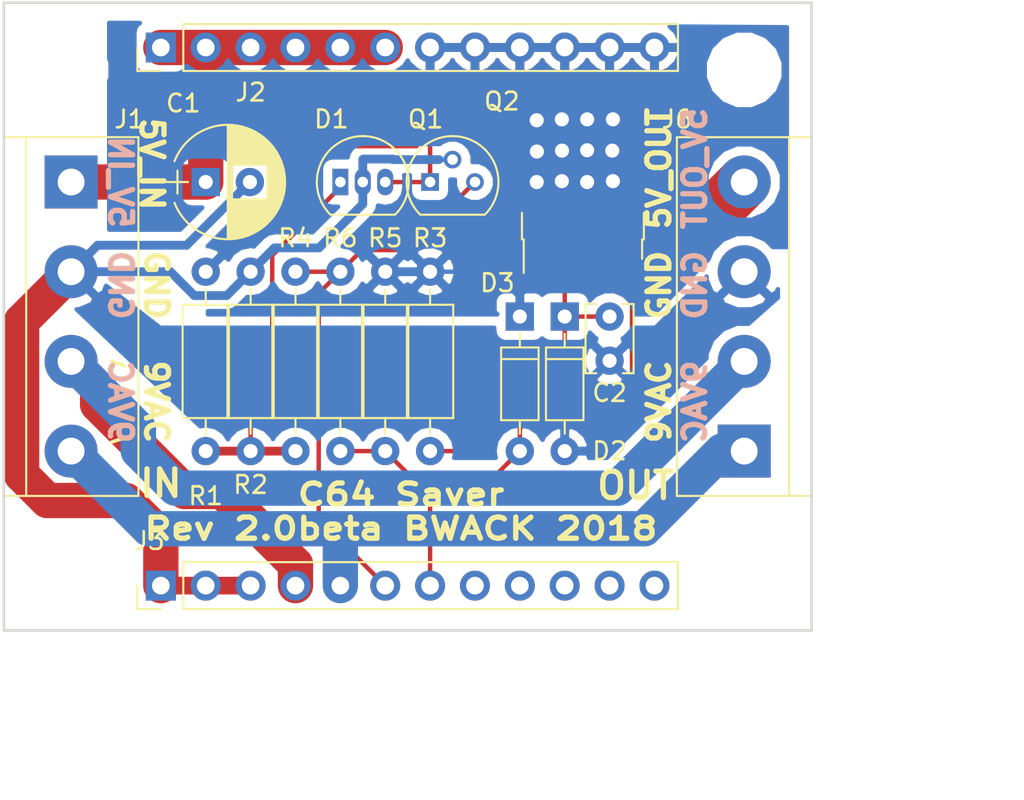
<source format=kicad_pcb>
(kicad_pcb (version 4) (host pcbnew 4.0.7)

  (general
    (links 50)
    (no_connects 0)
    (area 102.794999 91.364999 148.665001 127.075001)
    (thickness 1.6)
    (drawings 25)
    (tracks 136)
    (zones 0)
    (modules 21)
    (nets 11)
  )

  (page A4)
  (layers
    (0 F.Cu signal)
    (31 B.Cu signal)
    (32 B.Adhes user)
    (33 F.Adhes user)
    (34 B.Paste user)
    (35 F.Paste user)
    (36 B.SilkS user)
    (37 F.SilkS user)
    (38 B.Mask user)
    (39 F.Mask user)
    (40 Dwgs.User user)
    (41 Cmts.User user)
    (42 Eco1.User user)
    (43 Eco2.User user)
    (44 Edge.Cuts user)
    (45 Margin user)
    (46 B.CrtYd user)
    (47 F.CrtYd user)
    (48 B.Fab user hide)
    (49 F.Fab user hide)
  )

  (setup
    (last_trace_width 0.25)
    (user_trace_width 0.5)
    (user_trace_width 1)
    (user_trace_width 2)
    (user_trace_width 3)
    (trace_clearance 0.3)
    (zone_clearance 0.508)
    (zone_45_only no)
    (trace_min 0.2)
    (segment_width 0.2)
    (edge_width 0.15)
    (via_size 0.6)
    (via_drill 0.4)
    (via_min_size 0.4)
    (via_min_drill 0.3)
    (user_via 0.4 0.3)
    (user_via 1 0.8)
    (user_via 2 0.8)
    (user_via 3 0.8)
    (uvia_size 0.3)
    (uvia_drill 0.1)
    (uvias_allowed no)
    (uvia_min_size 0.2)
    (uvia_min_drill 0.1)
    (pcb_text_width 0.3)
    (pcb_text_size 1.5 1.5)
    (mod_edge_width 0.15)
    (mod_text_size 1 1)
    (mod_text_width 0.15)
    (pad_size 1.524 1.524)
    (pad_drill 0.762)
    (pad_to_mask_clearance 0.2)
    (aux_axis_origin 0 0)
    (visible_elements 7FFFEFFF)
    (pcbplotparams
      (layerselection 0x010f0_80000001)
      (usegerberextensions false)
      (excludeedgelayer true)
      (linewidth 0.100000)
      (plotframeref false)
      (viasonmask false)
      (mode 1)
      (useauxorigin false)
      (hpglpennumber 1)
      (hpglpenspeed 20)
      (hpglpendiameter 15)
      (hpglpenoverlay 2)
      (psnegative false)
      (psa4output false)
      (plotreference true)
      (plotvalue true)
      (plotinvisibletext false)
      (padsonsilk false)
      (subtractmaskfromsilk false)
      (outputformat 3)
      (mirror false)
      (drillshape 0)
      (scaleselection 1)
      (outputdirectory ""))
  )

  (net 0 "")
  (net 1 /VCC1-)
  (net 2 GND)
  (net 3 PGATE)
  (net 4 /VCC1+)
  (net 5 9VAC2)
  (net 6 9VAC1)
  (net 7 OVERVOLTAGE)
  (net 8 /5V_SAFE)
  (net 9 /NGATE)
  (net 10 /SENSE)

  (net_class Default "This is the default net class."
    (clearance 0.3)
    (trace_width 0.25)
    (via_dia 0.6)
    (via_drill 0.4)
    (uvia_dia 0.3)
    (uvia_drill 0.1)
    (add_net /5V_SAFE)
    (add_net /NGATE)
    (add_net /SENSE)
    (add_net /VCC1-)
    (add_net GND)
    (add_net OVERVOLTAGE)
    (add_net PGATE)
  )

  (net_class POWER ""
    (clearance 0.3)
    (trace_width 2)
    (via_dia 1.2)
    (via_drill 1)
    (uvia_dia 0.3)
    (uvia_drill 0.1)
    (add_net /VCC1+)
    (add_net 9VAC1)
    (add_net 9VAC2)
  )

  (module TO_SOT_Packages_THT:TO-92_Molded_Narrow (layer F.Cu) (tedit 58CE52AF) (tstamp 5B1D8B4C)
    (at 127 101.6)
    (descr "TO-92 leads molded, narrow, drill 0.6mm (see NXP sot054_po.pdf)")
    (tags "to-92 sc-43 sc-43a sot54 PA33 transistor")
    (path /5B1D3AF8)
    (fp_text reference Q1 (at -0.254 -3.556) (layer F.SilkS)
      (effects (font (size 1 1) (thickness 0.15)))
    )
    (fp_text value 2N7002 (at 1.27 2.79) (layer F.Fab)
      (effects (font (size 1 1) (thickness 0.15)))
    )
    (fp_text user %R (at 1.27 -3.56) (layer F.Fab)
      (effects (font (size 1 1) (thickness 0.15)))
    )
    (fp_line (start -0.53 1.85) (end 3.07 1.85) (layer F.SilkS) (width 0.12))
    (fp_line (start -0.5 1.75) (end 3 1.75) (layer F.Fab) (width 0.1))
    (fp_line (start -1.46 -2.73) (end 4 -2.73) (layer F.CrtYd) (width 0.05))
    (fp_line (start -1.46 -2.73) (end -1.46 2.01) (layer F.CrtYd) (width 0.05))
    (fp_line (start 4 2.01) (end 4 -2.73) (layer F.CrtYd) (width 0.05))
    (fp_line (start 4 2.01) (end -1.46 2.01) (layer F.CrtYd) (width 0.05))
    (fp_arc (start 1.27 0) (end 1.27 -2.48) (angle 135) (layer F.Fab) (width 0.1))
    (fp_arc (start 1.27 0) (end 1.27 -2.6) (angle -135) (layer F.SilkS) (width 0.12))
    (fp_arc (start 1.27 0) (end 1.27 -2.48) (angle -135) (layer F.Fab) (width 0.1))
    (fp_arc (start 1.27 0) (end 1.27 -2.6) (angle 135) (layer F.SilkS) (width 0.12))
    (pad 2 thru_hole circle (at 1.27 -1.27 90) (size 1 1) (drill 0.6) (layers *.Cu *.Mask)
      (net 2 GND))
    (pad 3 thru_hole circle (at 2.54 0 90) (size 1 1) (drill 0.6) (layers *.Cu *.Mask)
      (net 7 OVERVOLTAGE))
    (pad 1 thru_hole rect (at 0 0 90) (size 1 1) (drill 0.6) (layers *.Cu *.Mask)
      (net 9 /NGATE))
    (model ${KISYS3DMOD}/TO_SOT_Packages_THT.3dshapes/TO-92_Molded_Narrow.wrl
      (at (xyz 0.05 0 0))
      (scale (xyz 1 1 1))
      (rotate (xyz 0 0 -90))
    )
  )

  (module Resistors_THT:R_Axial_DIN0207_L6.3mm_D2.5mm_P10.16mm_Horizontal (layer F.Cu) (tedit 5874F706) (tstamp 5B1D8DA2)
    (at 119.38 116.84 90)
    (descr "Resistor, Axial_DIN0207 series, Axial, Horizontal, pin pitch=10.16mm, 0.25W = 1/4W, length*diameter=6.3*2.5mm^2, http://cdn-reichelt.de/documents/datenblatt/B400/1_4W%23YAG.pdf")
    (tags "Resistor Axial_DIN0207 series Axial Horizontal pin pitch 10.16mm 0.25W = 1/4W length 6.3mm diameter 2.5mm")
    (path /5B1D9590)
    (fp_text reference R4 (at 12.065 0 180) (layer F.SilkS)
      (effects (font (size 1 1) (thickness 0.15)))
    )
    (fp_text value R (at 5.08 0 90) (layer F.Fab)
      (effects (font (size 1 1) (thickness 0.15)))
    )
    (fp_line (start 1.93 -1.25) (end 1.93 1.25) (layer F.Fab) (width 0.1))
    (fp_line (start 1.93 1.25) (end 8.23 1.25) (layer F.Fab) (width 0.1))
    (fp_line (start 8.23 1.25) (end 8.23 -1.25) (layer F.Fab) (width 0.1))
    (fp_line (start 8.23 -1.25) (end 1.93 -1.25) (layer F.Fab) (width 0.1))
    (fp_line (start 0 0) (end 1.93 0) (layer F.Fab) (width 0.1))
    (fp_line (start 10.16 0) (end 8.23 0) (layer F.Fab) (width 0.1))
    (fp_line (start 1.87 -1.31) (end 1.87 1.31) (layer F.SilkS) (width 0.12))
    (fp_line (start 1.87 1.31) (end 8.29 1.31) (layer F.SilkS) (width 0.12))
    (fp_line (start 8.29 1.31) (end 8.29 -1.31) (layer F.SilkS) (width 0.12))
    (fp_line (start 8.29 -1.31) (end 1.87 -1.31) (layer F.SilkS) (width 0.12))
    (fp_line (start 0.98 0) (end 1.87 0) (layer F.SilkS) (width 0.12))
    (fp_line (start 9.18 0) (end 8.29 0) (layer F.SilkS) (width 0.12))
    (fp_line (start -1.05 -1.6) (end -1.05 1.6) (layer F.CrtYd) (width 0.05))
    (fp_line (start -1.05 1.6) (end 11.25 1.6) (layer F.CrtYd) (width 0.05))
    (fp_line (start 11.25 1.6) (end 11.25 -1.6) (layer F.CrtYd) (width 0.05))
    (fp_line (start 11.25 -1.6) (end -1.05 -1.6) (layer F.CrtYd) (width 0.05))
    (pad 1 thru_hole circle (at 0 0 90) (size 1.6 1.6) (drill 0.8) (layers *.Cu *.Mask)
      (net 10 /SENSE))
    (pad 2 thru_hole oval (at 10.16 0 90) (size 1.6 1.6) (drill 0.8) (layers *.Cu *.Mask)
      (net 7 OVERVOLTAGE))
    (model ${KISYS3DMOD}/Resistors_THT.3dshapes/R_Axial_DIN0207_L6.3mm_D2.5mm_P10.16mm_Horizontal.wrl
      (at (xyz 0 0 0))
      (scale (xyz 0.393701 0.393701 0.393701))
      (rotate (xyz 0 0 0))
    )
  )

  (module Connectors_Terminal_Blocks:TerminalBlock_bornier-4_P5.08mm (layer F.Cu) (tedit 59FF03D1) (tstamp 5B1D8B3F)
    (at 144.78 116.84 90)
    (descr "simple 4-pin terminal block, pitch 5.08mm, revamped version of bornier4")
    (tags "terminal block bornier4")
    (path /5B1D42F2)
    (fp_text reference J6 (at 18.796 -3.81 180) (layer F.SilkS)
      (effects (font (size 1 1) (thickness 0.15)))
    )
    (fp_text value Conn_01x04 (at 7.6 4.75 90) (layer F.Fab)
      (effects (font (size 1 1) (thickness 0.15)))
    )
    (fp_text user %R (at 7.62 0 90) (layer F.Fab)
      (effects (font (size 1 1) (thickness 0.15)))
    )
    (fp_line (start -2.48 2.55) (end 17.72 2.55) (layer F.Fab) (width 0.1))
    (fp_line (start -2.43 3.75) (end -2.48 3.75) (layer F.Fab) (width 0.1))
    (fp_line (start -2.48 3.75) (end -2.48 -3.75) (layer F.Fab) (width 0.1))
    (fp_line (start -2.48 -3.75) (end 17.72 -3.75) (layer F.Fab) (width 0.1))
    (fp_line (start 17.72 -3.75) (end 17.72 3.75) (layer F.Fab) (width 0.1))
    (fp_line (start 17.72 3.75) (end -2.43 3.75) (layer F.Fab) (width 0.1))
    (fp_line (start -2.54 -3.81) (end -2.54 3.81) (layer F.SilkS) (width 0.12))
    (fp_line (start 17.78 3.81) (end 17.78 -3.81) (layer F.SilkS) (width 0.12))
    (fp_line (start 17.78 2.54) (end -2.54 2.54) (layer F.SilkS) (width 0.12))
    (fp_line (start -2.54 -3.81) (end 17.78 -3.81) (layer F.SilkS) (width 0.12))
    (fp_line (start -2.54 3.81) (end 17.78 3.81) (layer F.SilkS) (width 0.12))
    (fp_line (start -2.73 -4) (end 17.97 -4) (layer F.CrtYd) (width 0.05))
    (fp_line (start -2.73 -4) (end -2.73 4) (layer F.CrtYd) (width 0.05))
    (fp_line (start 17.97 4) (end 17.97 -4) (layer F.CrtYd) (width 0.05))
    (fp_line (start 17.97 4) (end -2.73 4) (layer F.CrtYd) (width 0.05))
    (pad 2 thru_hole circle (at 5.08 0 90) (size 3 3) (drill 1.52) (layers *.Cu *.Mask)
      (net 6 9VAC1))
    (pad 3 thru_hole circle (at 10.16 0 90) (size 3 3) (drill 1.52) (layers *.Cu *.Mask)
      (net 2 GND))
    (pad 1 thru_hole rect (at 0 0 90) (size 3 3) (drill 1.52) (layers *.Cu *.Mask)
      (net 5 9VAC2))
    (pad 4 thru_hole circle (at 15.24 0 90) (size 3 3) (drill 1.52) (layers *.Cu *.Mask)
      (net 8 /5V_SAFE))
    (model ${KISYS3DMOD}/Terminal_Blocks.3dshapes/TerminalBlock_bornier-4_P5.08mm.wrl
      (at (xyz 0.3 0 0))
      (scale (xyz 1 1 1))
      (rotate (xyz 0 0 0))
    )
  )

  (module Capacitors_THT:C_Disc_D3.8mm_W2.6mm_P2.50mm (layer F.Cu) (tedit 597BC7C2) (tstamp 5B1D8D84)
    (at 137.16 109.22 270)
    (descr "C, Disc series, Radial, pin pitch=2.50mm, , diameter*width=3.8*2.6mm^2, Capacitor, http://www.vishay.com/docs/45233/krseries.pdf")
    (tags "C Disc series Radial pin pitch 2.50mm  diameter 3.8mm width 2.6mm Capacitor")
    (path /5B1D7082)
    (fp_text reference C2 (at 4.318 0 360) (layer F.SilkS)
      (effects (font (size 1 1) (thickness 0.15)))
    )
    (fp_text value 0.1uF (at 1.25 2.61 270) (layer F.Fab)
      (effects (font (size 1 1) (thickness 0.15)))
    )
    (fp_line (start -0.65 -1.3) (end -0.65 1.3) (layer F.Fab) (width 0.1))
    (fp_line (start -0.65 1.3) (end 3.15 1.3) (layer F.Fab) (width 0.1))
    (fp_line (start 3.15 1.3) (end 3.15 -1.3) (layer F.Fab) (width 0.1))
    (fp_line (start 3.15 -1.3) (end -0.65 -1.3) (layer F.Fab) (width 0.1))
    (fp_line (start -0.71 -1.36) (end 3.21 -1.36) (layer F.SilkS) (width 0.12))
    (fp_line (start -0.71 1.36) (end 3.21 1.36) (layer F.SilkS) (width 0.12))
    (fp_line (start -0.71 -1.36) (end -0.71 -0.75) (layer F.SilkS) (width 0.12))
    (fp_line (start -0.71 0.75) (end -0.71 1.36) (layer F.SilkS) (width 0.12))
    (fp_line (start 3.21 -1.36) (end 3.21 -0.75) (layer F.SilkS) (width 0.12))
    (fp_line (start 3.21 0.75) (end 3.21 1.36) (layer F.SilkS) (width 0.12))
    (fp_line (start -1.05 -1.65) (end -1.05 1.65) (layer F.CrtYd) (width 0.05))
    (fp_line (start -1.05 1.65) (end 3.55 1.65) (layer F.CrtYd) (width 0.05))
    (fp_line (start 3.55 1.65) (end 3.55 -1.65) (layer F.CrtYd) (width 0.05))
    (fp_line (start 3.55 -1.65) (end -1.05 -1.65) (layer F.CrtYd) (width 0.05))
    (fp_text user %R (at 1.25 0 270) (layer F.Fab)
      (effects (font (size 1 1) (thickness 0.15)))
    )
    (pad 1 thru_hole circle (at 0 0 270) (size 1.6 1.6) (drill 0.8) (layers *.Cu *.Mask)
      (net 9 /NGATE))
    (pad 2 thru_hole circle (at 2.5 0 270) (size 1.6 1.6) (drill 0.8) (layers *.Cu *.Mask)
      (net 2 GND))
    (model ${KISYS3DMOD}/Capacitors_THT.3dshapes/C_Disc_D3.8mm_W2.6mm_P2.50mm.wrl
      (at (xyz 0 0 0))
      (scale (xyz 1 1 1))
      (rotate (xyz 0 0 0))
    )
  )

  (module Diodes_THT:D_DO-35_SOD27_P7.62mm_Horizontal (layer F.Cu) (tedit 5921392F) (tstamp 5B1D8D89)
    (at 134.62 109.22 270)
    (descr "D, DO-35_SOD27 series, Axial, Horizontal, pin pitch=7.62mm, , length*diameter=4*2mm^2, , http://www.diodes.com/_files/packages/DO-35.pdf")
    (tags "D DO-35_SOD27 series Axial Horizontal pin pitch 7.62mm  length 4mm diameter 2mm")
    (path /5B1D3C9A)
    (fp_text reference D2 (at 7.62 -2.54 360) (layer F.SilkS)
      (effects (font (size 1 1) (thickness 0.15)))
    )
    (fp_text value 6V8 (at 3.81 0 270) (layer F.Fab)
      (effects (font (size 1 1) (thickness 0.15)))
    )
    (fp_text user %R (at 3.81 0 270) (layer F.Fab)
      (effects (font (size 1 1) (thickness 0.15)))
    )
    (fp_line (start 1.81 -1) (end 1.81 1) (layer F.Fab) (width 0.1))
    (fp_line (start 1.81 1) (end 5.81 1) (layer F.Fab) (width 0.1))
    (fp_line (start 5.81 1) (end 5.81 -1) (layer F.Fab) (width 0.1))
    (fp_line (start 5.81 -1) (end 1.81 -1) (layer F.Fab) (width 0.1))
    (fp_line (start 0 0) (end 1.81 0) (layer F.Fab) (width 0.1))
    (fp_line (start 7.62 0) (end 5.81 0) (layer F.Fab) (width 0.1))
    (fp_line (start 2.41 -1) (end 2.41 1) (layer F.Fab) (width 0.1))
    (fp_line (start 1.75 -1.06) (end 1.75 1.06) (layer F.SilkS) (width 0.12))
    (fp_line (start 1.75 1.06) (end 5.87 1.06) (layer F.SilkS) (width 0.12))
    (fp_line (start 5.87 1.06) (end 5.87 -1.06) (layer F.SilkS) (width 0.12))
    (fp_line (start 5.87 -1.06) (end 1.75 -1.06) (layer F.SilkS) (width 0.12))
    (fp_line (start 0.98 0) (end 1.75 0) (layer F.SilkS) (width 0.12))
    (fp_line (start 6.64 0) (end 5.87 0) (layer F.SilkS) (width 0.12))
    (fp_line (start 2.41 -1.06) (end 2.41 1.06) (layer F.SilkS) (width 0.12))
    (fp_line (start -1.05 -1.35) (end -1.05 1.35) (layer F.CrtYd) (width 0.05))
    (fp_line (start -1.05 1.35) (end 8.7 1.35) (layer F.CrtYd) (width 0.05))
    (fp_line (start 8.7 1.35) (end 8.7 -1.35) (layer F.CrtYd) (width 0.05))
    (fp_line (start 8.7 -1.35) (end -1.05 -1.35) (layer F.CrtYd) (width 0.05))
    (pad 1 thru_hole rect (at 0 0 270) (size 1.6 1.6) (drill 0.8) (layers *.Cu *.Mask)
      (net 9 /NGATE))
    (pad 2 thru_hole oval (at 7.62 0 270) (size 1.6 1.6) (drill 0.8) (layers *.Cu *.Mask)
      (net 2 GND))
    (model ${KISYS3DMOD}/Diodes_THT.3dshapes/D_DO-35_SOD27_P7.62mm_Horizontal.wrl
      (at (xyz 0 0 0))
      (scale (xyz 0.393701 0.393701 0.393701))
      (rotate (xyz 0 0 0))
    )
  )

  (module Diodes_THT:D_DO-35_SOD27_P7.62mm_Horizontal (layer F.Cu) (tedit 5921392F) (tstamp 5B1D8D8E)
    (at 132.08 109.22 270)
    (descr "D, DO-35_SOD27 series, Axial, Horizontal, pin pitch=7.62mm, , length*diameter=4*2mm^2, , http://www.diodes.com/_files/packages/DO-35.pdf")
    (tags "D DO-35_SOD27 series Axial Horizontal pin pitch 7.62mm  length 4mm diameter 2mm")
    (path /5B1D7545)
    (fp_text reference D3 (at -1.905 1.27 360) (layer F.SilkS)
      (effects (font (size 1 1) (thickness 0.15)))
    )
    (fp_text value 6V8 (at 3.81 0 270) (layer F.Fab)
      (effects (font (size 1 1) (thickness 0.15)))
    )
    (fp_text user %R (at 3.81 0 270) (layer F.Fab)
      (effects (font (size 1 1) (thickness 0.15)))
    )
    (fp_line (start 1.81 -1) (end 1.81 1) (layer F.Fab) (width 0.1))
    (fp_line (start 1.81 1) (end 5.81 1) (layer F.Fab) (width 0.1))
    (fp_line (start 5.81 1) (end 5.81 -1) (layer F.Fab) (width 0.1))
    (fp_line (start 5.81 -1) (end 1.81 -1) (layer F.Fab) (width 0.1))
    (fp_line (start 0 0) (end 1.81 0) (layer F.Fab) (width 0.1))
    (fp_line (start 7.62 0) (end 5.81 0) (layer F.Fab) (width 0.1))
    (fp_line (start 2.41 -1) (end 2.41 1) (layer F.Fab) (width 0.1))
    (fp_line (start 1.75 -1.06) (end 1.75 1.06) (layer F.SilkS) (width 0.12))
    (fp_line (start 1.75 1.06) (end 5.87 1.06) (layer F.SilkS) (width 0.12))
    (fp_line (start 5.87 1.06) (end 5.87 -1.06) (layer F.SilkS) (width 0.12))
    (fp_line (start 5.87 -1.06) (end 1.75 -1.06) (layer F.SilkS) (width 0.12))
    (fp_line (start 0.98 0) (end 1.75 0) (layer F.SilkS) (width 0.12))
    (fp_line (start 6.64 0) (end 5.87 0) (layer F.SilkS) (width 0.12))
    (fp_line (start 2.41 -1.06) (end 2.41 1.06) (layer F.SilkS) (width 0.12))
    (fp_line (start -1.05 -1.35) (end -1.05 1.35) (layer F.CrtYd) (width 0.05))
    (fp_line (start -1.05 1.35) (end 8.7 1.35) (layer F.CrtYd) (width 0.05))
    (fp_line (start 8.7 1.35) (end 8.7 -1.35) (layer F.CrtYd) (width 0.05))
    (fp_line (start 8.7 -1.35) (end -1.05 -1.35) (layer F.CrtYd) (width 0.05))
    (pad 1 thru_hole rect (at 0 0 270) (size 1.6 1.6) (drill 0.8) (layers *.Cu *.Mask)
      (net 1 /VCC1-))
    (pad 2 thru_hole oval (at 7.62 0 270) (size 1.6 1.6) (drill 0.8) (layers *.Cu *.Mask)
      (net 3 PGATE))
    (model ${KISYS3DMOD}/Diodes_THT.3dshapes/D_DO-35_SOD27_P7.62mm_Horizontal.wrl
      (at (xyz 0 0 0))
      (scale (xyz 0.393701 0.393701 0.393701))
      (rotate (xyz 0 0 0))
    )
  )

  (module Resistors_THT:R_Axial_DIN0207_L6.3mm_D2.5mm_P10.16mm_Horizontal (layer F.Cu) (tedit 5874F706) (tstamp 5B1D8D93)
    (at 114.3 106.68 270)
    (descr "Resistor, Axial_DIN0207 series, Axial, Horizontal, pin pitch=10.16mm, 0.25W = 1/4W, length*diameter=6.3*2.5mm^2, http://cdn-reichelt.de/documents/datenblatt/B400/1_4W%23YAG.pdf")
    (tags "Resistor Axial_DIN0207 series Axial Horizontal pin pitch 10.16mm 0.25W = 1/4W length 6.3mm diameter 2.5mm")
    (path /5AFB3CB5)
    (fp_text reference R1 (at 12.7 0 360) (layer F.SilkS)
      (effects (font (size 1 1) (thickness 0.15)))
    )
    (fp_text value R (at 5.08 0 270) (layer F.Fab)
      (effects (font (size 1 1) (thickness 0.15)))
    )
    (fp_line (start 1.93 -1.25) (end 1.93 1.25) (layer F.Fab) (width 0.1))
    (fp_line (start 1.93 1.25) (end 8.23 1.25) (layer F.Fab) (width 0.1))
    (fp_line (start 8.23 1.25) (end 8.23 -1.25) (layer F.Fab) (width 0.1))
    (fp_line (start 8.23 -1.25) (end 1.93 -1.25) (layer F.Fab) (width 0.1))
    (fp_line (start 0 0) (end 1.93 0) (layer F.Fab) (width 0.1))
    (fp_line (start 10.16 0) (end 8.23 0) (layer F.Fab) (width 0.1))
    (fp_line (start 1.87 -1.31) (end 1.87 1.31) (layer F.SilkS) (width 0.12))
    (fp_line (start 1.87 1.31) (end 8.29 1.31) (layer F.SilkS) (width 0.12))
    (fp_line (start 8.29 1.31) (end 8.29 -1.31) (layer F.SilkS) (width 0.12))
    (fp_line (start 8.29 -1.31) (end 1.87 -1.31) (layer F.SilkS) (width 0.12))
    (fp_line (start 0.98 0) (end 1.87 0) (layer F.SilkS) (width 0.12))
    (fp_line (start 9.18 0) (end 8.29 0) (layer F.SilkS) (width 0.12))
    (fp_line (start -1.05 -1.6) (end -1.05 1.6) (layer F.CrtYd) (width 0.05))
    (fp_line (start -1.05 1.6) (end 11.25 1.6) (layer F.CrtYd) (width 0.05))
    (fp_line (start 11.25 1.6) (end 11.25 -1.6) (layer F.CrtYd) (width 0.05))
    (fp_line (start 11.25 -1.6) (end -1.05 -1.6) (layer F.CrtYd) (width 0.05))
    (pad 1 thru_hole circle (at 0 0 270) (size 1.6 1.6) (drill 0.8) (layers *.Cu *.Mask)
      (net 1 /VCC1-))
    (pad 2 thru_hole oval (at 10.16 0 270) (size 1.6 1.6) (drill 0.8) (layers *.Cu *.Mask)
      (net 10 /SENSE))
    (model ${KISYS3DMOD}/Resistors_THT.3dshapes/R_Axial_DIN0207_L6.3mm_D2.5mm_P10.16mm_Horizontal.wrl
      (at (xyz 0 0 0))
      (scale (xyz 0.393701 0.393701 0.393701))
      (rotate (xyz 0 0 0))
    )
  )

  (module Resistors_THT:R_Axial_DIN0207_L6.3mm_D2.5mm_P10.16mm_Horizontal (layer F.Cu) (tedit 5874F706) (tstamp 5B1D8D98)
    (at 116.84 116.84 90)
    (descr "Resistor, Axial_DIN0207 series, Axial, Horizontal, pin pitch=10.16mm, 0.25W = 1/4W, length*diameter=6.3*2.5mm^2, http://cdn-reichelt.de/documents/datenblatt/B400/1_4W%23YAG.pdf")
    (tags "Resistor Axial_DIN0207 series Axial Horizontal pin pitch 10.16mm 0.25W = 1/4W length 6.3mm diameter 2.5mm")
    (path /5B1D6BF3)
    (fp_text reference R2 (at -1.905 0 180) (layer F.SilkS)
      (effects (font (size 1 1) (thickness 0.15)))
    )
    (fp_text value R (at 5.08 0 90) (layer F.Fab)
      (effects (font (size 1 1) (thickness 0.15)))
    )
    (fp_line (start 1.93 -1.25) (end 1.93 1.25) (layer F.Fab) (width 0.1))
    (fp_line (start 1.93 1.25) (end 8.23 1.25) (layer F.Fab) (width 0.1))
    (fp_line (start 8.23 1.25) (end 8.23 -1.25) (layer F.Fab) (width 0.1))
    (fp_line (start 8.23 -1.25) (end 1.93 -1.25) (layer F.Fab) (width 0.1))
    (fp_line (start 0 0) (end 1.93 0) (layer F.Fab) (width 0.1))
    (fp_line (start 10.16 0) (end 8.23 0) (layer F.Fab) (width 0.1))
    (fp_line (start 1.87 -1.31) (end 1.87 1.31) (layer F.SilkS) (width 0.12))
    (fp_line (start 1.87 1.31) (end 8.29 1.31) (layer F.SilkS) (width 0.12))
    (fp_line (start 8.29 1.31) (end 8.29 -1.31) (layer F.SilkS) (width 0.12))
    (fp_line (start 8.29 -1.31) (end 1.87 -1.31) (layer F.SilkS) (width 0.12))
    (fp_line (start 0.98 0) (end 1.87 0) (layer F.SilkS) (width 0.12))
    (fp_line (start 9.18 0) (end 8.29 0) (layer F.SilkS) (width 0.12))
    (fp_line (start -1.05 -1.6) (end -1.05 1.6) (layer F.CrtYd) (width 0.05))
    (fp_line (start -1.05 1.6) (end 11.25 1.6) (layer F.CrtYd) (width 0.05))
    (fp_line (start 11.25 1.6) (end 11.25 -1.6) (layer F.CrtYd) (width 0.05))
    (fp_line (start 11.25 -1.6) (end -1.05 -1.6) (layer F.CrtYd) (width 0.05))
    (pad 1 thru_hole circle (at 0 0 90) (size 1.6 1.6) (drill 0.8) (layers *.Cu *.Mask)
      (net 10 /SENSE))
    (pad 2 thru_hole oval (at 10.16 0 90) (size 1.6 1.6) (drill 0.8) (layers *.Cu *.Mask)
      (net 2 GND))
    (model ${KISYS3DMOD}/Resistors_THT.3dshapes/R_Axial_DIN0207_L6.3mm_D2.5mm_P10.16mm_Horizontal.wrl
      (at (xyz 0 0 0))
      (scale (xyz 0.393701 0.393701 0.393701))
      (rotate (xyz 0 0 0))
    )
  )

  (module Resistors_THT:R_Axial_DIN0207_L6.3mm_D2.5mm_P10.16mm_Horizontal (layer F.Cu) (tedit 5874F706) (tstamp 5B1D8D9D)
    (at 127 106.68 270)
    (descr "Resistor, Axial_DIN0207 series, Axial, Horizontal, pin pitch=10.16mm, 0.25W = 1/4W, length*diameter=6.3*2.5mm^2, http://cdn-reichelt.de/documents/datenblatt/B400/1_4W%23YAG.pdf")
    (tags "Resistor Axial_DIN0207 series Axial Horizontal pin pitch 10.16mm 0.25W = 1/4W length 6.3mm diameter 2.5mm")
    (path /5B1D6DA9)
    (fp_text reference R3 (at -1.905 0 360) (layer F.SilkS)
      (effects (font (size 1 1) (thickness 0.15)))
    )
    (fp_text value R (at 5.08 0 270) (layer F.Fab)
      (effects (font (size 1 1) (thickness 0.15)))
    )
    (fp_line (start 1.93 -1.25) (end 1.93 1.25) (layer F.Fab) (width 0.1))
    (fp_line (start 1.93 1.25) (end 8.23 1.25) (layer F.Fab) (width 0.1))
    (fp_line (start 8.23 1.25) (end 8.23 -1.25) (layer F.Fab) (width 0.1))
    (fp_line (start 8.23 -1.25) (end 1.93 -1.25) (layer F.Fab) (width 0.1))
    (fp_line (start 0 0) (end 1.93 0) (layer F.Fab) (width 0.1))
    (fp_line (start 10.16 0) (end 8.23 0) (layer F.Fab) (width 0.1))
    (fp_line (start 1.87 -1.31) (end 1.87 1.31) (layer F.SilkS) (width 0.12))
    (fp_line (start 1.87 1.31) (end 8.29 1.31) (layer F.SilkS) (width 0.12))
    (fp_line (start 8.29 1.31) (end 8.29 -1.31) (layer F.SilkS) (width 0.12))
    (fp_line (start 8.29 -1.31) (end 1.87 -1.31) (layer F.SilkS) (width 0.12))
    (fp_line (start 0.98 0) (end 1.87 0) (layer F.SilkS) (width 0.12))
    (fp_line (start 9.18 0) (end 8.29 0) (layer F.SilkS) (width 0.12))
    (fp_line (start -1.05 -1.6) (end -1.05 1.6) (layer F.CrtYd) (width 0.05))
    (fp_line (start -1.05 1.6) (end 11.25 1.6) (layer F.CrtYd) (width 0.05))
    (fp_line (start 11.25 1.6) (end 11.25 -1.6) (layer F.CrtYd) (width 0.05))
    (fp_line (start 11.25 -1.6) (end -1.05 -1.6) (layer F.CrtYd) (width 0.05))
    (pad 1 thru_hole circle (at 0 0 270) (size 1.6 1.6) (drill 0.8) (layers *.Cu *.Mask)
      (net 1 /VCC1-))
    (pad 2 thru_hole oval (at 10.16 0 270) (size 1.6 1.6) (drill 0.8) (layers *.Cu *.Mask)
      (net 9 /NGATE))
    (model ${KISYS3DMOD}/Resistors_THT.3dshapes/R_Axial_DIN0207_L6.3mm_D2.5mm_P10.16mm_Horizontal.wrl
      (at (xyz 0 0 0))
      (scale (xyz 0.393701 0.393701 0.393701))
      (rotate (xyz 0 0 0))
    )
  )

  (module Resistors_THT:R_Axial_DIN0207_L6.3mm_D2.5mm_P10.16mm_Horizontal (layer F.Cu) (tedit 5874F706) (tstamp 5B1D8DA7)
    (at 124.46 106.68 270)
    (descr "Resistor, Axial_DIN0207 series, Axial, Horizontal, pin pitch=10.16mm, 0.25W = 1/4W, length*diameter=6.3*2.5mm^2, http://cdn-reichelt.de/documents/datenblatt/B400/1_4W%23YAG.pdf")
    (tags "Resistor Axial_DIN0207 series Axial Horizontal pin pitch 10.16mm 0.25W = 1/4W length 6.3mm diameter 2.5mm")
    (path /5B1D747E)
    (fp_text reference R5 (at -1.905 0 360) (layer F.SilkS)
      (effects (font (size 1 1) (thickness 0.15)))
    )
    (fp_text value R (at 5.08 0 270) (layer F.Fab)
      (effects (font (size 1 1) (thickness 0.15)))
    )
    (fp_line (start 1.93 -1.25) (end 1.93 1.25) (layer F.Fab) (width 0.1))
    (fp_line (start 1.93 1.25) (end 8.23 1.25) (layer F.Fab) (width 0.1))
    (fp_line (start 8.23 1.25) (end 8.23 -1.25) (layer F.Fab) (width 0.1))
    (fp_line (start 8.23 -1.25) (end 1.93 -1.25) (layer F.Fab) (width 0.1))
    (fp_line (start 0 0) (end 1.93 0) (layer F.Fab) (width 0.1))
    (fp_line (start 10.16 0) (end 8.23 0) (layer F.Fab) (width 0.1))
    (fp_line (start 1.87 -1.31) (end 1.87 1.31) (layer F.SilkS) (width 0.12))
    (fp_line (start 1.87 1.31) (end 8.29 1.31) (layer F.SilkS) (width 0.12))
    (fp_line (start 8.29 1.31) (end 8.29 -1.31) (layer F.SilkS) (width 0.12))
    (fp_line (start 8.29 -1.31) (end 1.87 -1.31) (layer F.SilkS) (width 0.12))
    (fp_line (start 0.98 0) (end 1.87 0) (layer F.SilkS) (width 0.12))
    (fp_line (start 9.18 0) (end 8.29 0) (layer F.SilkS) (width 0.12))
    (fp_line (start -1.05 -1.6) (end -1.05 1.6) (layer F.CrtYd) (width 0.05))
    (fp_line (start -1.05 1.6) (end 11.25 1.6) (layer F.CrtYd) (width 0.05))
    (fp_line (start 11.25 1.6) (end 11.25 -1.6) (layer F.CrtYd) (width 0.05))
    (fp_line (start 11.25 -1.6) (end -1.05 -1.6) (layer F.CrtYd) (width 0.05))
    (pad 1 thru_hole circle (at 0 0 270) (size 1.6 1.6) (drill 0.8) (layers *.Cu *.Mask)
      (net 1 /VCC1-))
    (pad 2 thru_hole oval (at 10.16 0 270) (size 1.6 1.6) (drill 0.8) (layers *.Cu *.Mask)
      (net 3 PGATE))
    (model ${KISYS3DMOD}/Resistors_THT.3dshapes/R_Axial_DIN0207_L6.3mm_D2.5mm_P10.16mm_Horizontal.wrl
      (at (xyz 0 0 0))
      (scale (xyz 0.393701 0.393701 0.393701))
      (rotate (xyz 0 0 0))
    )
  )

  (module Resistors_THT:R_Axial_DIN0207_L6.3mm_D2.5mm_P10.16mm_Horizontal (layer F.Cu) (tedit 5874F706) (tstamp 5B1D8DAC)
    (at 121.92 116.84 90)
    (descr "Resistor, Axial_DIN0207 series, Axial, Horizontal, pin pitch=10.16mm, 0.25W = 1/4W, length*diameter=6.3*2.5mm^2, http://cdn-reichelt.de/documents/datenblatt/B400/1_4W%23YAG.pdf")
    (tags "Resistor Axial_DIN0207 series Axial Horizontal pin pitch 10.16mm 0.25W = 1/4W length 6.3mm diameter 2.5mm")
    (path /5B1D73D7)
    (fp_text reference R6 (at 12.065 0 180) (layer F.SilkS)
      (effects (font (size 1 1) (thickness 0.15)))
    )
    (fp_text value R (at 5.08 0 90) (layer F.Fab)
      (effects (font (size 1 1) (thickness 0.15)))
    )
    (fp_line (start 1.93 -1.25) (end 1.93 1.25) (layer F.Fab) (width 0.1))
    (fp_line (start 1.93 1.25) (end 8.23 1.25) (layer F.Fab) (width 0.1))
    (fp_line (start 8.23 1.25) (end 8.23 -1.25) (layer F.Fab) (width 0.1))
    (fp_line (start 8.23 -1.25) (end 1.93 -1.25) (layer F.Fab) (width 0.1))
    (fp_line (start 0 0) (end 1.93 0) (layer F.Fab) (width 0.1))
    (fp_line (start 10.16 0) (end 8.23 0) (layer F.Fab) (width 0.1))
    (fp_line (start 1.87 -1.31) (end 1.87 1.31) (layer F.SilkS) (width 0.12))
    (fp_line (start 1.87 1.31) (end 8.29 1.31) (layer F.SilkS) (width 0.12))
    (fp_line (start 8.29 1.31) (end 8.29 -1.31) (layer F.SilkS) (width 0.12))
    (fp_line (start 8.29 -1.31) (end 1.87 -1.31) (layer F.SilkS) (width 0.12))
    (fp_line (start 0.98 0) (end 1.87 0) (layer F.SilkS) (width 0.12))
    (fp_line (start 9.18 0) (end 8.29 0) (layer F.SilkS) (width 0.12))
    (fp_line (start -1.05 -1.6) (end -1.05 1.6) (layer F.CrtYd) (width 0.05))
    (fp_line (start -1.05 1.6) (end 11.25 1.6) (layer F.CrtYd) (width 0.05))
    (fp_line (start 11.25 1.6) (end 11.25 -1.6) (layer F.CrtYd) (width 0.05))
    (fp_line (start 11.25 -1.6) (end -1.05 -1.6) (layer F.CrtYd) (width 0.05))
    (pad 1 thru_hole circle (at 0 0 90) (size 1.6 1.6) (drill 0.8) (layers *.Cu *.Mask)
      (net 3 PGATE))
    (pad 2 thru_hole oval (at 10.16 0 90) (size 1.6 1.6) (drill 0.8) (layers *.Cu *.Mask)
      (net 7 OVERVOLTAGE))
    (model ${KISYS3DMOD}/Resistors_THT.3dshapes/R_Axial_DIN0207_L6.3mm_D2.5mm_P10.16mm_Horizontal.wrl
      (at (xyz 0 0 0))
      (scale (xyz 0.393701 0.393701 0.393701))
      (rotate (xyz 0 0 0))
    )
  )

  (module Connectors_Terminal_Blocks:TerminalBlock_bornier-4_P5.08mm (layer F.Cu) (tedit 59FF03D1) (tstamp 5B1D8E7A)
    (at 106.68 101.6 270)
    (descr "simple 4-pin terminal block, pitch 5.08mm, revamped version of bornier4")
    (tags "terminal block bornier4")
    (path /5B1D4425)
    (fp_text reference J1 (at -3.556 -3.302 360) (layer F.SilkS)
      (effects (font (size 1 1) (thickness 0.15)))
    )
    (fp_text value Conn_01x04 (at 7.6 4.75 270) (layer F.Fab)
      (effects (font (size 1 1) (thickness 0.15)))
    )
    (fp_text user %R (at 7.62 0 450) (layer F.Fab)
      (effects (font (size 1 1) (thickness 0.15)))
    )
    (fp_line (start -2.48 2.55) (end 17.72 2.55) (layer F.Fab) (width 0.1))
    (fp_line (start -2.43 3.75) (end -2.48 3.75) (layer F.Fab) (width 0.1))
    (fp_line (start -2.48 3.75) (end -2.48 -3.75) (layer F.Fab) (width 0.1))
    (fp_line (start -2.48 -3.75) (end 17.72 -3.75) (layer F.Fab) (width 0.1))
    (fp_line (start 17.72 -3.75) (end 17.72 3.75) (layer F.Fab) (width 0.1))
    (fp_line (start 17.72 3.75) (end -2.43 3.75) (layer F.Fab) (width 0.1))
    (fp_line (start -2.54 -3.81) (end -2.54 3.81) (layer F.SilkS) (width 0.12))
    (fp_line (start 17.78 3.81) (end 17.78 -3.81) (layer F.SilkS) (width 0.12))
    (fp_line (start 17.78 2.54) (end -2.54 2.54) (layer F.SilkS) (width 0.12))
    (fp_line (start -2.54 -3.81) (end 17.78 -3.81) (layer F.SilkS) (width 0.12))
    (fp_line (start -2.54 3.81) (end 17.78 3.81) (layer F.SilkS) (width 0.12))
    (fp_line (start -2.73 -4) (end 17.97 -4) (layer F.CrtYd) (width 0.05))
    (fp_line (start -2.73 -4) (end -2.73 4) (layer F.CrtYd) (width 0.05))
    (fp_line (start 17.97 4) (end 17.97 -4) (layer F.CrtYd) (width 0.05))
    (fp_line (start 17.97 4) (end -2.73 4) (layer F.CrtYd) (width 0.05))
    (pad 2 thru_hole circle (at 5.08 0 270) (size 3 3) (drill 1.52) (layers *.Cu *.Mask)
      (net 2 GND))
    (pad 3 thru_hole circle (at 10.16 0 270) (size 3 3) (drill 1.52) (layers *.Cu *.Mask)
      (net 6 9VAC1))
    (pad 1 thru_hole rect (at 0 0 270) (size 3 3) (drill 1.52) (layers *.Cu *.Mask)
      (net 4 /VCC1+))
    (pad 4 thru_hole circle (at 15.24 0 270) (size 3 3) (drill 1.52) (layers *.Cu *.Mask)
      (net 5 9VAC2))
    (model ${KISYS3DMOD}/Terminal_Blocks.3dshapes/TerminalBlock_bornier-4_P5.08mm.wrl
      (at (xyz 0.3 0 0))
      (scale (xyz 1 1 1))
      (rotate (xyz 0 0 0))
    )
  )

  (module TO_SOT_Packages_THT:TO-92_Inline_Narrow_Oval (layer F.Cu) (tedit 58CE52AF) (tstamp 5B1EDB10)
    (at 121.92 101.6)
    (descr "TO-92 leads in-line, narrow, oval pads, drill 0.6mm (see NXP sot054_po.pdf)")
    (tags "to-92 sc-43 sc-43a sot54 PA33 transistor")
    (path /5B1EDB2D)
    (fp_text reference D1 (at -0.508 -3.56) (layer F.SilkS)
      (effects (font (size 1 1) (thickness 0.15)))
    )
    (fp_text value TL431LP (at 1.27 2.79) (layer F.Fab)
      (effects (font (size 1 1) (thickness 0.15)))
    )
    (fp_text user %R (at 1.27 -3.56) (layer F.Fab)
      (effects (font (size 1 1) (thickness 0.15)))
    )
    (fp_line (start -0.53 1.85) (end 3.07 1.85) (layer F.SilkS) (width 0.12))
    (fp_line (start -0.5 1.75) (end 3 1.75) (layer F.Fab) (width 0.1))
    (fp_line (start -1.46 -2.73) (end 4 -2.73) (layer F.CrtYd) (width 0.05))
    (fp_line (start -1.46 -2.73) (end -1.46 2.01) (layer F.CrtYd) (width 0.05))
    (fp_line (start 4 2.01) (end 4 -2.73) (layer F.CrtYd) (width 0.05))
    (fp_line (start 4 2.01) (end -1.46 2.01) (layer F.CrtYd) (width 0.05))
    (fp_arc (start 1.27 0) (end 1.27 -2.48) (angle 135) (layer F.Fab) (width 0.1))
    (fp_arc (start 1.27 0) (end 1.27 -2.6) (angle -135) (layer F.SilkS) (width 0.12))
    (fp_arc (start 1.27 0) (end 1.27 -2.48) (angle -135) (layer F.Fab) (width 0.1))
    (fp_arc (start 1.27 0) (end 1.27 -2.6) (angle 135) (layer F.SilkS) (width 0.12))
    (pad 2 thru_hole oval (at 1.27 0 180) (size 0.9 1.5) (drill 0.6) (layers *.Cu *.Mask)
      (net 2 GND))
    (pad 3 thru_hole oval (at 2.54 0 180) (size 0.9 1.5) (drill 0.6) (layers *.Cu *.Mask)
      (net 9 /NGATE))
    (pad 1 thru_hole rect (at 0 0 180) (size 0.9 1.5) (drill 0.6) (layers *.Cu *.Mask)
      (net 10 /SENSE))
    (model ${KISYS3DMOD}/TO_SOT_Packages_THT.3dshapes/TO-92_Inline_Narrow_Oval.wrl
      (at (xyz 0.05 0 0))
      (scale (xyz 1 1 1))
      (rotate (xyz 0 0 -90))
    )
  )

  (module Capacitors_THT:CP_Radial_D6.3mm_P2.50mm (layer F.Cu) (tedit 597BC7C2) (tstamp 5B1EDC3E)
    (at 114.3 101.6)
    (descr "CP, Radial series, Radial, pin pitch=2.50mm, , diameter=6.3mm, Electrolytic Capacitor")
    (tags "CP Radial series Radial pin pitch 2.50mm  diameter 6.3mm Electrolytic Capacitor")
    (path /5AFB3C02)
    (fp_text reference C1 (at -1.27 -4.46) (layer F.SilkS)
      (effects (font (size 1 1) (thickness 0.15)))
    )
    (fp_text value 47uF (at 1.25 4.46) (layer F.Fab)
      (effects (font (size 1 1) (thickness 0.15)))
    )
    (fp_arc (start 1.25 0) (end -1.767482 -1.18) (angle 137.3) (layer F.SilkS) (width 0.12))
    (fp_arc (start 1.25 0) (end -1.767482 1.18) (angle -137.3) (layer F.SilkS) (width 0.12))
    (fp_arc (start 1.25 0) (end 4.267482 -1.18) (angle 42.7) (layer F.SilkS) (width 0.12))
    (fp_circle (center 1.25 0) (end 4.4 0) (layer F.Fab) (width 0.1))
    (fp_line (start -2.2 0) (end -1 0) (layer F.Fab) (width 0.1))
    (fp_line (start -1.6 -0.65) (end -1.6 0.65) (layer F.Fab) (width 0.1))
    (fp_line (start 1.25 -3.2) (end 1.25 3.2) (layer F.SilkS) (width 0.12))
    (fp_line (start 1.29 -3.2) (end 1.29 3.2) (layer F.SilkS) (width 0.12))
    (fp_line (start 1.33 -3.2) (end 1.33 3.2) (layer F.SilkS) (width 0.12))
    (fp_line (start 1.37 -3.198) (end 1.37 3.198) (layer F.SilkS) (width 0.12))
    (fp_line (start 1.41 -3.197) (end 1.41 3.197) (layer F.SilkS) (width 0.12))
    (fp_line (start 1.45 -3.194) (end 1.45 3.194) (layer F.SilkS) (width 0.12))
    (fp_line (start 1.49 -3.192) (end 1.49 3.192) (layer F.SilkS) (width 0.12))
    (fp_line (start 1.53 -3.188) (end 1.53 -0.98) (layer F.SilkS) (width 0.12))
    (fp_line (start 1.53 0.98) (end 1.53 3.188) (layer F.SilkS) (width 0.12))
    (fp_line (start 1.57 -3.185) (end 1.57 -0.98) (layer F.SilkS) (width 0.12))
    (fp_line (start 1.57 0.98) (end 1.57 3.185) (layer F.SilkS) (width 0.12))
    (fp_line (start 1.61 -3.18) (end 1.61 -0.98) (layer F.SilkS) (width 0.12))
    (fp_line (start 1.61 0.98) (end 1.61 3.18) (layer F.SilkS) (width 0.12))
    (fp_line (start 1.65 -3.176) (end 1.65 -0.98) (layer F.SilkS) (width 0.12))
    (fp_line (start 1.65 0.98) (end 1.65 3.176) (layer F.SilkS) (width 0.12))
    (fp_line (start 1.69 -3.17) (end 1.69 -0.98) (layer F.SilkS) (width 0.12))
    (fp_line (start 1.69 0.98) (end 1.69 3.17) (layer F.SilkS) (width 0.12))
    (fp_line (start 1.73 -3.165) (end 1.73 -0.98) (layer F.SilkS) (width 0.12))
    (fp_line (start 1.73 0.98) (end 1.73 3.165) (layer F.SilkS) (width 0.12))
    (fp_line (start 1.77 -3.158) (end 1.77 -0.98) (layer F.SilkS) (width 0.12))
    (fp_line (start 1.77 0.98) (end 1.77 3.158) (layer F.SilkS) (width 0.12))
    (fp_line (start 1.81 -3.152) (end 1.81 -0.98) (layer F.SilkS) (width 0.12))
    (fp_line (start 1.81 0.98) (end 1.81 3.152) (layer F.SilkS) (width 0.12))
    (fp_line (start 1.85 -3.144) (end 1.85 -0.98) (layer F.SilkS) (width 0.12))
    (fp_line (start 1.85 0.98) (end 1.85 3.144) (layer F.SilkS) (width 0.12))
    (fp_line (start 1.89 -3.137) (end 1.89 -0.98) (layer F.SilkS) (width 0.12))
    (fp_line (start 1.89 0.98) (end 1.89 3.137) (layer F.SilkS) (width 0.12))
    (fp_line (start 1.93 -3.128) (end 1.93 -0.98) (layer F.SilkS) (width 0.12))
    (fp_line (start 1.93 0.98) (end 1.93 3.128) (layer F.SilkS) (width 0.12))
    (fp_line (start 1.971 -3.119) (end 1.971 -0.98) (layer F.SilkS) (width 0.12))
    (fp_line (start 1.971 0.98) (end 1.971 3.119) (layer F.SilkS) (width 0.12))
    (fp_line (start 2.011 -3.11) (end 2.011 -0.98) (layer F.SilkS) (width 0.12))
    (fp_line (start 2.011 0.98) (end 2.011 3.11) (layer F.SilkS) (width 0.12))
    (fp_line (start 2.051 -3.1) (end 2.051 -0.98) (layer F.SilkS) (width 0.12))
    (fp_line (start 2.051 0.98) (end 2.051 3.1) (layer F.SilkS) (width 0.12))
    (fp_line (start 2.091 -3.09) (end 2.091 -0.98) (layer F.SilkS) (width 0.12))
    (fp_line (start 2.091 0.98) (end 2.091 3.09) (layer F.SilkS) (width 0.12))
    (fp_line (start 2.131 -3.079) (end 2.131 -0.98) (layer F.SilkS) (width 0.12))
    (fp_line (start 2.131 0.98) (end 2.131 3.079) (layer F.SilkS) (width 0.12))
    (fp_line (start 2.171 -3.067) (end 2.171 -0.98) (layer F.SilkS) (width 0.12))
    (fp_line (start 2.171 0.98) (end 2.171 3.067) (layer F.SilkS) (width 0.12))
    (fp_line (start 2.211 -3.055) (end 2.211 -0.98) (layer F.SilkS) (width 0.12))
    (fp_line (start 2.211 0.98) (end 2.211 3.055) (layer F.SilkS) (width 0.12))
    (fp_line (start 2.251 -3.042) (end 2.251 -0.98) (layer F.SilkS) (width 0.12))
    (fp_line (start 2.251 0.98) (end 2.251 3.042) (layer F.SilkS) (width 0.12))
    (fp_line (start 2.291 -3.029) (end 2.291 -0.98) (layer F.SilkS) (width 0.12))
    (fp_line (start 2.291 0.98) (end 2.291 3.029) (layer F.SilkS) (width 0.12))
    (fp_line (start 2.331 -3.015) (end 2.331 -0.98) (layer F.SilkS) (width 0.12))
    (fp_line (start 2.331 0.98) (end 2.331 3.015) (layer F.SilkS) (width 0.12))
    (fp_line (start 2.371 -3.001) (end 2.371 -0.98) (layer F.SilkS) (width 0.12))
    (fp_line (start 2.371 0.98) (end 2.371 3.001) (layer F.SilkS) (width 0.12))
    (fp_line (start 2.411 -2.986) (end 2.411 -0.98) (layer F.SilkS) (width 0.12))
    (fp_line (start 2.411 0.98) (end 2.411 2.986) (layer F.SilkS) (width 0.12))
    (fp_line (start 2.451 -2.97) (end 2.451 -0.98) (layer F.SilkS) (width 0.12))
    (fp_line (start 2.451 0.98) (end 2.451 2.97) (layer F.SilkS) (width 0.12))
    (fp_line (start 2.491 -2.954) (end 2.491 -0.98) (layer F.SilkS) (width 0.12))
    (fp_line (start 2.491 0.98) (end 2.491 2.954) (layer F.SilkS) (width 0.12))
    (fp_line (start 2.531 -2.937) (end 2.531 -0.98) (layer F.SilkS) (width 0.12))
    (fp_line (start 2.531 0.98) (end 2.531 2.937) (layer F.SilkS) (width 0.12))
    (fp_line (start 2.571 -2.919) (end 2.571 -0.98) (layer F.SilkS) (width 0.12))
    (fp_line (start 2.571 0.98) (end 2.571 2.919) (layer F.SilkS) (width 0.12))
    (fp_line (start 2.611 -2.901) (end 2.611 -0.98) (layer F.SilkS) (width 0.12))
    (fp_line (start 2.611 0.98) (end 2.611 2.901) (layer F.SilkS) (width 0.12))
    (fp_line (start 2.651 -2.882) (end 2.651 -0.98) (layer F.SilkS) (width 0.12))
    (fp_line (start 2.651 0.98) (end 2.651 2.882) (layer F.SilkS) (width 0.12))
    (fp_line (start 2.691 -2.863) (end 2.691 -0.98) (layer F.SilkS) (width 0.12))
    (fp_line (start 2.691 0.98) (end 2.691 2.863) (layer F.SilkS) (width 0.12))
    (fp_line (start 2.731 -2.843) (end 2.731 -0.98) (layer F.SilkS) (width 0.12))
    (fp_line (start 2.731 0.98) (end 2.731 2.843) (layer F.SilkS) (width 0.12))
    (fp_line (start 2.771 -2.822) (end 2.771 -0.98) (layer F.SilkS) (width 0.12))
    (fp_line (start 2.771 0.98) (end 2.771 2.822) (layer F.SilkS) (width 0.12))
    (fp_line (start 2.811 -2.8) (end 2.811 -0.98) (layer F.SilkS) (width 0.12))
    (fp_line (start 2.811 0.98) (end 2.811 2.8) (layer F.SilkS) (width 0.12))
    (fp_line (start 2.851 -2.778) (end 2.851 -0.98) (layer F.SilkS) (width 0.12))
    (fp_line (start 2.851 0.98) (end 2.851 2.778) (layer F.SilkS) (width 0.12))
    (fp_line (start 2.891 -2.755) (end 2.891 -0.98) (layer F.SilkS) (width 0.12))
    (fp_line (start 2.891 0.98) (end 2.891 2.755) (layer F.SilkS) (width 0.12))
    (fp_line (start 2.931 -2.731) (end 2.931 -0.98) (layer F.SilkS) (width 0.12))
    (fp_line (start 2.931 0.98) (end 2.931 2.731) (layer F.SilkS) (width 0.12))
    (fp_line (start 2.971 -2.706) (end 2.971 -0.98) (layer F.SilkS) (width 0.12))
    (fp_line (start 2.971 0.98) (end 2.971 2.706) (layer F.SilkS) (width 0.12))
    (fp_line (start 3.011 -2.681) (end 3.011 -0.98) (layer F.SilkS) (width 0.12))
    (fp_line (start 3.011 0.98) (end 3.011 2.681) (layer F.SilkS) (width 0.12))
    (fp_line (start 3.051 -2.654) (end 3.051 -0.98) (layer F.SilkS) (width 0.12))
    (fp_line (start 3.051 0.98) (end 3.051 2.654) (layer F.SilkS) (width 0.12))
    (fp_line (start 3.091 -2.627) (end 3.091 -0.98) (layer F.SilkS) (width 0.12))
    (fp_line (start 3.091 0.98) (end 3.091 2.627) (layer F.SilkS) (width 0.12))
    (fp_line (start 3.131 -2.599) (end 3.131 -0.98) (layer F.SilkS) (width 0.12))
    (fp_line (start 3.131 0.98) (end 3.131 2.599) (layer F.SilkS) (width 0.12))
    (fp_line (start 3.171 -2.57) (end 3.171 -0.98) (layer F.SilkS) (width 0.12))
    (fp_line (start 3.171 0.98) (end 3.171 2.57) (layer F.SilkS) (width 0.12))
    (fp_line (start 3.211 -2.54) (end 3.211 -0.98) (layer F.SilkS) (width 0.12))
    (fp_line (start 3.211 0.98) (end 3.211 2.54) (layer F.SilkS) (width 0.12))
    (fp_line (start 3.251 -2.51) (end 3.251 -0.98) (layer F.SilkS) (width 0.12))
    (fp_line (start 3.251 0.98) (end 3.251 2.51) (layer F.SilkS) (width 0.12))
    (fp_line (start 3.291 -2.478) (end 3.291 -0.98) (layer F.SilkS) (width 0.12))
    (fp_line (start 3.291 0.98) (end 3.291 2.478) (layer F.SilkS) (width 0.12))
    (fp_line (start 3.331 -2.445) (end 3.331 -0.98) (layer F.SilkS) (width 0.12))
    (fp_line (start 3.331 0.98) (end 3.331 2.445) (layer F.SilkS) (width 0.12))
    (fp_line (start 3.371 -2.411) (end 3.371 -0.98) (layer F.SilkS) (width 0.12))
    (fp_line (start 3.371 0.98) (end 3.371 2.411) (layer F.SilkS) (width 0.12))
    (fp_line (start 3.411 -2.375) (end 3.411 -0.98) (layer F.SilkS) (width 0.12))
    (fp_line (start 3.411 0.98) (end 3.411 2.375) (layer F.SilkS) (width 0.12))
    (fp_line (start 3.451 -2.339) (end 3.451 -0.98) (layer F.SilkS) (width 0.12))
    (fp_line (start 3.451 0.98) (end 3.451 2.339) (layer F.SilkS) (width 0.12))
    (fp_line (start 3.491 -2.301) (end 3.491 2.301) (layer F.SilkS) (width 0.12))
    (fp_line (start 3.531 -2.262) (end 3.531 2.262) (layer F.SilkS) (width 0.12))
    (fp_line (start 3.571 -2.222) (end 3.571 2.222) (layer F.SilkS) (width 0.12))
    (fp_line (start 3.611 -2.18) (end 3.611 2.18) (layer F.SilkS) (width 0.12))
    (fp_line (start 3.651 -2.137) (end 3.651 2.137) (layer F.SilkS) (width 0.12))
    (fp_line (start 3.691 -2.092) (end 3.691 2.092) (layer F.SilkS) (width 0.12))
    (fp_line (start 3.731 -2.045) (end 3.731 2.045) (layer F.SilkS) (width 0.12))
    (fp_line (start 3.771 -1.997) (end 3.771 1.997) (layer F.SilkS) (width 0.12))
    (fp_line (start 3.811 -1.946) (end 3.811 1.946) (layer F.SilkS) (width 0.12))
    (fp_line (start 3.851 -1.894) (end 3.851 1.894) (layer F.SilkS) (width 0.12))
    (fp_line (start 3.891 -1.839) (end 3.891 1.839) (layer F.SilkS) (width 0.12))
    (fp_line (start 3.931 -1.781) (end 3.931 1.781) (layer F.SilkS) (width 0.12))
    (fp_line (start 3.971 -1.721) (end 3.971 1.721) (layer F.SilkS) (width 0.12))
    (fp_line (start 4.011 -1.658) (end 4.011 1.658) (layer F.SilkS) (width 0.12))
    (fp_line (start 4.051 -1.591) (end 4.051 1.591) (layer F.SilkS) (width 0.12))
    (fp_line (start 4.091 -1.52) (end 4.091 1.52) (layer F.SilkS) (width 0.12))
    (fp_line (start 4.131 -1.445) (end 4.131 1.445) (layer F.SilkS) (width 0.12))
    (fp_line (start 4.171 -1.364) (end 4.171 1.364) (layer F.SilkS) (width 0.12))
    (fp_line (start 4.211 -1.278) (end 4.211 1.278) (layer F.SilkS) (width 0.12))
    (fp_line (start 4.251 -1.184) (end 4.251 1.184) (layer F.SilkS) (width 0.12))
    (fp_line (start 4.291 -1.081) (end 4.291 1.081) (layer F.SilkS) (width 0.12))
    (fp_line (start 4.331 -0.966) (end 4.331 0.966) (layer F.SilkS) (width 0.12))
    (fp_line (start 4.371 -0.834) (end 4.371 0.834) (layer F.SilkS) (width 0.12))
    (fp_line (start 4.411 -0.676) (end 4.411 0.676) (layer F.SilkS) (width 0.12))
    (fp_line (start 4.451 -0.468) (end 4.451 0.468) (layer F.SilkS) (width 0.12))
    (fp_line (start -2.2 0) (end -1 0) (layer F.SilkS) (width 0.12))
    (fp_line (start -1.6 -0.65) (end -1.6 0.65) (layer F.SilkS) (width 0.12))
    (fp_line (start -2.25 -3.5) (end -2.25 3.5) (layer F.CrtYd) (width 0.05))
    (fp_line (start -2.25 3.5) (end 4.75 3.5) (layer F.CrtYd) (width 0.05))
    (fp_line (start 4.75 3.5) (end 4.75 -3.5) (layer F.CrtYd) (width 0.05))
    (fp_line (start 4.75 -3.5) (end -2.25 -3.5) (layer F.CrtYd) (width 0.05))
    (fp_text user %R (at 1.25 0) (layer F.Fab)
      (effects (font (size 1 1) (thickness 0.15)))
    )
    (pad 1 thru_hole rect (at 0 0) (size 1.6 1.6) (drill 0.8) (layers *.Cu *.Mask)
      (net 4 /VCC1+))
    (pad 2 thru_hole circle (at 2.5 0) (size 1.6 1.6) (drill 0.8) (layers *.Cu *.Mask)
      (net 2 GND))
    (model ${KISYS3DMOD}/Capacitors_THT.3dshapes/CP_Radial_D6.3mm_P2.50mm.wrl
      (at (xyz 0 0 0))
      (scale (xyz 1 1 1))
      (rotate (xyz 0 0 0))
    )
  )

  (module TO_SOT_Packages_SMD:ATPAK-2 (layer F.Cu) (tedit 59044510) (tstamp 5B1EED44)
    (at 135.65 101.6 90)
    (descr "ATPAK SMD package, http://www.onsemi.com/pub/Collateral/ENA2192-D.PDF")
    (tags "ATPAK ")
    (path /5B217093)
    (attr smd)
    (fp_text reference Q2 (at 4.572 -4.586 180) (layer F.SilkS)
      (effects (font (size 1 1) (thickness 0.15)))
    )
    (fp_text value Q_PMOS_GDS (at 0 4.5 90) (layer F.Fab)
      (effects (font (size 1 1) (thickness 0.15)))
    )
    (fp_line (start 4.25 -3.25) (end 4.75 -3.25) (layer F.Fab) (width 0.1))
    (fp_line (start 4.75 -3.25) (end 4.75 3.25) (layer F.Fab) (width 0.1))
    (fp_line (start 4.75 3.25) (end 4.25 3.25) (layer F.Fab) (width 0.1))
    (fp_line (start 4.25 -3.25) (end 4.25 3.25) (layer F.Fab) (width 0.1))
    (fp_line (start 4.25 3.25) (end -3.05 3.25) (layer F.Fab) (width 0.1))
    (fp_line (start -3.05 3.25) (end -3.05 -2.25) (layer F.Fab) (width 0.1))
    (fp_line (start -3.05 -2.25) (end -2.05 -3.25) (layer F.Fab) (width 0.1))
    (fp_line (start -2.05 -3.25) (end 4.25 -3.25) (layer F.Fab) (width 0.1))
    (fp_line (start -2.7 -2.6) (end -4.75 -2.6) (layer F.Fab) (width 0.1))
    (fp_line (start -4.75 -2.6) (end -4.75 -2) (layer F.Fab) (width 0.1))
    (fp_line (start -4.75 -2) (end -3.05 -2) (layer F.Fab) (width 0.1))
    (fp_line (start -3.05 2) (end -4.75 2) (layer F.Fab) (width 0.1))
    (fp_line (start -4.75 2) (end -4.75 2.6) (layer F.Fab) (width 0.1))
    (fp_line (start -4.75 2.6) (end -3.05 2.6) (layer F.Fab) (width 0.1))
    (fp_line (start -1.75 -3.45) (end -3.25 -3.45) (layer F.SilkS) (width 0.12))
    (fp_line (start -3.25 -3.45) (end -3.25 -3.35) (layer F.SilkS) (width 0.12))
    (fp_line (start -3.25 -3.35) (end -5.15 -3.35) (layer F.SilkS) (width 0.12))
    (fp_line (start -1.75 3.45) (end -3.25 3.45) (layer F.SilkS) (width 0.12))
    (fp_line (start -3.25 3.45) (end -3.25 3.35) (layer F.SilkS) (width 0.12))
    (fp_line (start -3.25 3.35) (end -4.35 3.35) (layer F.SilkS) (width 0.12))
    (fp_line (start -5.4 -3.5) (end -5.4 3.5) (layer F.CrtYd) (width 0.05))
    (fp_line (start -5.4 3.5) (end 5.4 3.5) (layer F.CrtYd) (width 0.05))
    (fp_line (start 5.4 3.5) (end 5.4 -3.5) (layer F.CrtYd) (width 0.05))
    (fp_line (start 5.4 -3.5) (end -5.4 -3.5) (layer F.CrtYd) (width 0.05))
    (fp_text user %R (at 0 0 90) (layer F.Fab)
      (effects (font (size 1 1) (thickness 0.15)))
    )
    (pad 1 smd rect (at -4.35 -2.3 90) (size 1.6 1.5) (layers F.Cu F.Paste F.Mask)
      (net 3 PGATE))
    (pad 3 smd rect (at -4.35 2.3 90) (size 1.6 1.5) (layers F.Cu F.Paste F.Mask)
      (net 8 /5V_SAFE))
    (pad 2 smd rect (at 1.8 0 90) (size 6.7 6.5) (layers F.Cu F.Mask)
      (net 1 /VCC1-))
    (pad 2 smd rect (at 3.55 1.7 90) (size 3.2 3.1) (layers F.Cu F.Paste)
      (net 1 /VCC1-))
    (pad 2 smd rect (at 0.05 -1.7 90) (size 3.2 3.1) (layers F.Cu F.Paste)
      (net 1 /VCC1-))
    (pad 2 smd rect (at 3.55 -1.7 90) (size 3.2 3.1) (layers F.Cu F.Paste)
      (net 1 /VCC1-))
    (pad 2 smd rect (at 0.05 1.7 90) (size 3.2 3.1) (layers F.Cu F.Paste)
      (net 1 /VCC1-))
    (model ${KISYS3DMOD}/TO_SOT_Packages_SMD.3dshapes/ATPAK-2.wrl
      (at (xyz 0 0 0))
      (scale (xyz 1 1 1))
      (rotate (xyz 0 0 0))
    )
  )

  (module Mounting_Holes:MountingHole_3.2mm_M3_ISO7380 (layer F.Cu) (tedit 5B203C7B) (tstamp 5B1EEEA6)
    (at 106.68 95.25)
    (descr "Mounting Hole 3.2mm, no annular, M3, ISO7380")
    (tags "mounting hole 3.2mm no annular m3 iso7380")
    (path /5B1F2FB5)
    (attr virtual)
    (fp_text reference MK1 (at 0 -3.85) (layer F.SilkS) hide
      (effects (font (size 1 1) (thickness 0.15)))
    )
    (fp_text value Mounting_Hole (at 0 3.85) (layer F.Fab)
      (effects (font (size 1 1) (thickness 0.15)))
    )
    (fp_text user %R (at 0.3 0) (layer F.Fab)
      (effects (font (size 1 1) (thickness 0.15)))
    )
    (fp_circle (center 0 0) (end 2.85 0) (layer Cmts.User) (width 0.15))
    (fp_circle (center 0 0) (end 3.1 0) (layer F.CrtYd) (width 0.05))
    (pad 1 np_thru_hole circle (at 0 0) (size 3.2 3.2) (drill 3.2) (layers *.Cu *.Mask))
  )

  (module Mounting_Holes:MountingHole_3.2mm_M3_ISO7380 (layer F.Cu) (tedit 5B203C85) (tstamp 5B1EEEAB)
    (at 106.68 123.19)
    (descr "Mounting Hole 3.2mm, no annular, M3, ISO7380")
    (tags "mounting hole 3.2mm no annular m3 iso7380")
    (path /5B1F307E)
    (attr virtual)
    (fp_text reference MK2 (at 0 -3.85) (layer F.SilkS) hide
      (effects (font (size 1 1) (thickness 0.15)))
    )
    (fp_text value Mounting_Hole (at 0 3.85) (layer F.Fab)
      (effects (font (size 1 1) (thickness 0.15)))
    )
    (fp_text user %R (at 0.3 0) (layer F.Fab)
      (effects (font (size 1 1) (thickness 0.15)))
    )
    (fp_circle (center 0 0) (end 2.85 0) (layer Cmts.User) (width 0.15))
    (fp_circle (center 0 0) (end 3.1 0) (layer F.CrtYd) (width 0.05))
    (pad 1 np_thru_hole circle (at 0 0) (size 3.2 3.2) (drill 3.2) (layers *.Cu *.Mask))
  )

  (module Mounting_Holes:MountingHole_3.2mm_M3_ISO7380 (layer F.Cu) (tedit 5B203C94) (tstamp 5B1EEEB0)
    (at 144.78 95.25)
    (descr "Mounting Hole 3.2mm, no annular, M3, ISO7380")
    (tags "mounting hole 3.2mm no annular m3 iso7380")
    (path /5B1F30F5)
    (attr virtual)
    (fp_text reference MK3 (at 0 -3.85) (layer F.SilkS) hide
      (effects (font (size 1 1) (thickness 0.15)))
    )
    (fp_text value Mounting_Hole (at 0 3.85) (layer F.Fab)
      (effects (font (size 1 1) (thickness 0.15)))
    )
    (fp_text user %R (at 0.3 0) (layer F.Fab)
      (effects (font (size 1 1) (thickness 0.15)))
    )
    (fp_circle (center 0 0) (end 2.85 0) (layer Cmts.User) (width 0.15))
    (fp_circle (center 0 0) (end 3.1 0) (layer F.CrtYd) (width 0.05))
    (pad 1 np_thru_hole circle (at 0 0) (size 3.2 3.2) (drill 3.2) (layers *.Cu *.Mask))
  )

  (module Mounting_Holes:MountingHole_3.2mm_M3_ISO7380 (layer F.Cu) (tedit 5B203C8E) (tstamp 5B1EEEB5)
    (at 144.78 123.19)
    (descr "Mounting Hole 3.2mm, no annular, M3, ISO7380")
    (tags "mounting hole 3.2mm no annular m3 iso7380")
    (path /5B1F3163)
    (attr virtual)
    (fp_text reference MK4 (at 0 -3.85) (layer F.SilkS) hide
      (effects (font (size 1 1) (thickness 0.15)))
    )
    (fp_text value Mounting_Hole (at 0 3.85) (layer F.Fab)
      (effects (font (size 1 1) (thickness 0.15)))
    )
    (fp_text user %R (at 0.3 0) (layer F.Fab)
      (effects (font (size 1 1) (thickness 0.15)))
    )
    (fp_circle (center 0 0) (end 2.85 0) (layer Cmts.User) (width 0.15))
    (fp_circle (center 0 0) (end 3.1 0) (layer F.CrtYd) (width 0.05))
    (pad 1 np_thru_hole circle (at 0 0) (size 3.2 3.2) (drill 3.2) (layers *.Cu *.Mask))
  )

  (module Pin_Headers:Pin_Header_Straight_1x12_Pitch2.54mm (layer F.Cu) (tedit 59650532) (tstamp 5B20410F)
    (at 111.76 93.98 90)
    (descr "Through hole straight pin header, 1x12, 2.54mm pitch, single row")
    (tags "Through hole pin header THT 1x12 2.54mm single row")
    (path /5B2040BA)
    (fp_text reference J2 (at -2.54 5.08 180) (layer F.SilkS)
      (effects (font (size 1 1) (thickness 0.15)))
    )
    (fp_text value Conn_01x12 (at 0 30.27 90) (layer F.Fab)
      (effects (font (size 1 1) (thickness 0.15)))
    )
    (fp_line (start -0.635 -1.27) (end 1.27 -1.27) (layer F.Fab) (width 0.1))
    (fp_line (start 1.27 -1.27) (end 1.27 29.21) (layer F.Fab) (width 0.1))
    (fp_line (start 1.27 29.21) (end -1.27 29.21) (layer F.Fab) (width 0.1))
    (fp_line (start -1.27 29.21) (end -1.27 -0.635) (layer F.Fab) (width 0.1))
    (fp_line (start -1.27 -0.635) (end -0.635 -1.27) (layer F.Fab) (width 0.1))
    (fp_line (start -1.33 29.27) (end 1.33 29.27) (layer F.SilkS) (width 0.12))
    (fp_line (start -1.33 1.27) (end -1.33 29.27) (layer F.SilkS) (width 0.12))
    (fp_line (start 1.33 1.27) (end 1.33 29.27) (layer F.SilkS) (width 0.12))
    (fp_line (start -1.33 1.27) (end 1.33 1.27) (layer F.SilkS) (width 0.12))
    (fp_line (start -1.33 0) (end -1.33 -1.33) (layer F.SilkS) (width 0.12))
    (fp_line (start -1.33 -1.33) (end 0 -1.33) (layer F.SilkS) (width 0.12))
    (fp_line (start -1.8 -1.8) (end -1.8 29.75) (layer F.CrtYd) (width 0.05))
    (fp_line (start -1.8 29.75) (end 1.8 29.75) (layer F.CrtYd) (width 0.05))
    (fp_line (start 1.8 29.75) (end 1.8 -1.8) (layer F.CrtYd) (width 0.05))
    (fp_line (start 1.8 -1.8) (end -1.8 -1.8) (layer F.CrtYd) (width 0.05))
    (fp_text user %R (at 0 13.97 180) (layer F.Fab)
      (effects (font (size 1 1) (thickness 0.15)))
    )
    (pad 1 thru_hole rect (at 0 0 90) (size 1.7 1.7) (drill 1) (layers *.Cu *.Mask)
      (net 4 /VCC1+))
    (pad 2 thru_hole oval (at 0 2.54 90) (size 1.7 1.7) (drill 1) (layers *.Cu *.Mask)
      (net 4 /VCC1+))
    (pad 3 thru_hole oval (at 0 5.08 90) (size 1.7 1.7) (drill 1) (layers *.Cu *.Mask)
      (net 4 /VCC1+))
    (pad 4 thru_hole oval (at 0 7.62 90) (size 1.7 1.7) (drill 1) (layers *.Cu *.Mask)
      (net 4 /VCC1+))
    (pad 5 thru_hole oval (at 0 10.16 90) (size 1.7 1.7) (drill 1) (layers *.Cu *.Mask)
      (net 4 /VCC1+))
    (pad 6 thru_hole oval (at 0 12.7 90) (size 1.7 1.7) (drill 1) (layers *.Cu *.Mask)
      (net 4 /VCC1+))
    (pad 7 thru_hole oval (at 0 15.24 90) (size 1.7 1.7) (drill 1) (layers *.Cu *.Mask)
      (net 1 /VCC1-))
    (pad 8 thru_hole oval (at 0 17.78 90) (size 1.7 1.7) (drill 1) (layers *.Cu *.Mask)
      (net 1 /VCC1-))
    (pad 9 thru_hole oval (at 0 20.32 90) (size 1.7 1.7) (drill 1) (layers *.Cu *.Mask)
      (net 1 /VCC1-))
    (pad 10 thru_hole oval (at 0 22.86 90) (size 1.7 1.7) (drill 1) (layers *.Cu *.Mask)
      (net 1 /VCC1-))
    (pad 11 thru_hole oval (at 0 25.4 90) (size 1.7 1.7) (drill 1) (layers *.Cu *.Mask)
      (net 1 /VCC1-))
    (pad 12 thru_hole oval (at 0 27.94 90) (size 1.7 1.7) (drill 1) (layers *.Cu *.Mask)
      (net 1 /VCC1-))
    (model ${KISYS3DMOD}/Pin_Headers.3dshapes/Pin_Header_Straight_1x12_Pitch2.54mm.wrl
      (at (xyz 0 0 0))
      (scale (xyz 1 1 1))
      (rotate (xyz 0 0 0))
    )
  )

  (module Pin_Headers:Pin_Header_Straight_1x12_Pitch2.54mm (layer F.Cu) (tedit 59650532) (tstamp 5B20411E)
    (at 111.76 124.46 90)
    (descr "Through hole straight pin header, 1x12, 2.54mm pitch, single row")
    (tags "Through hole pin header THT 1x12 2.54mm single row")
    (path /5B204E80)
    (fp_text reference J3 (at 2.54 -0.635 180) (layer F.SilkS)
      (effects (font (size 1 1) (thickness 0.15)))
    )
    (fp_text value Conn_01x12 (at 0 30.27 90) (layer F.Fab)
      (effects (font (size 1 1) (thickness 0.15)))
    )
    (fp_line (start -0.635 -1.27) (end 1.27 -1.27) (layer F.Fab) (width 0.1))
    (fp_line (start 1.27 -1.27) (end 1.27 29.21) (layer F.Fab) (width 0.1))
    (fp_line (start 1.27 29.21) (end -1.27 29.21) (layer F.Fab) (width 0.1))
    (fp_line (start -1.27 29.21) (end -1.27 -0.635) (layer F.Fab) (width 0.1))
    (fp_line (start -1.27 -0.635) (end -0.635 -1.27) (layer F.Fab) (width 0.1))
    (fp_line (start -1.33 29.27) (end 1.33 29.27) (layer F.SilkS) (width 0.12))
    (fp_line (start -1.33 1.27) (end -1.33 29.27) (layer F.SilkS) (width 0.12))
    (fp_line (start 1.33 1.27) (end 1.33 29.27) (layer F.SilkS) (width 0.12))
    (fp_line (start -1.33 1.27) (end 1.33 1.27) (layer F.SilkS) (width 0.12))
    (fp_line (start -1.33 0) (end -1.33 -1.33) (layer F.SilkS) (width 0.12))
    (fp_line (start -1.33 -1.33) (end 0 -1.33) (layer F.SilkS) (width 0.12))
    (fp_line (start -1.8 -1.8) (end -1.8 29.75) (layer F.CrtYd) (width 0.05))
    (fp_line (start -1.8 29.75) (end 1.8 29.75) (layer F.CrtYd) (width 0.05))
    (fp_line (start 1.8 29.75) (end 1.8 -1.8) (layer F.CrtYd) (width 0.05))
    (fp_line (start 1.8 -1.8) (end -1.8 -1.8) (layer F.CrtYd) (width 0.05))
    (fp_text user %R (at 0 13.97 180) (layer F.Fab)
      (effects (font (size 1 1) (thickness 0.15)))
    )
    (pad 1 thru_hole rect (at 0 0 90) (size 1.7 1.7) (drill 1) (layers *.Cu *.Mask)
      (net 2 GND))
    (pad 2 thru_hole oval (at 0 2.54 90) (size 1.7 1.7) (drill 1) (layers *.Cu *.Mask)
      (net 2 GND))
    (pad 3 thru_hole oval (at 0 5.08 90) (size 1.7 1.7) (drill 1) (layers *.Cu *.Mask)
      (net 2 GND))
    (pad 4 thru_hole oval (at 0 7.62 90) (size 1.7 1.7) (drill 1) (layers *.Cu *.Mask)
      (net 6 9VAC1))
    (pad 5 thru_hole oval (at 0 10.16 90) (size 1.7 1.7) (drill 1) (layers *.Cu *.Mask)
      (net 5 9VAC2))
    (pad 6 thru_hole oval (at 0 12.7 90) (size 1.7 1.7) (drill 1) (layers *.Cu *.Mask)
      (net 7 OVERVOLTAGE))
    (pad 7 thru_hole oval (at 0 15.24 90) (size 1.7 1.7) (drill 1) (layers *.Cu *.Mask)
      (net 3 PGATE))
    (pad 8 thru_hole oval (at 0 17.78 90) (size 1.7 1.7) (drill 1) (layers *.Cu *.Mask))
    (pad 9 thru_hole oval (at 0 20.32 90) (size 1.7 1.7) (drill 1) (layers *.Cu *.Mask))
    (pad 10 thru_hole oval (at 0 22.86 90) (size 1.7 1.7) (drill 1) (layers *.Cu *.Mask))
    (pad 11 thru_hole oval (at 0 25.4 90) (size 1.7 1.7) (drill 1) (layers *.Cu *.Mask))
    (pad 12 thru_hole oval (at 0 27.94 90) (size 1.7 1.7) (drill 1) (layers *.Cu *.Mask))
    (model ${KISYS3DMOD}/Pin_Headers.3dshapes/Pin_Header_Straight_1x12_Pitch2.54mm.wrl
      (at (xyz 0 0 0))
      (scale (xyz 1 1 1))
      (rotate (xyz 0 0 0))
    )
  )

  (dimension 35.56 (width 0.3) (layer Dwgs.User)
    (gr_text "35,560 mm" (at 157.941 109.22 270) (layer Dwgs.User)
      (effects (font (size 1.5 1.5) (thickness 0.3)))
    )
    (feature1 (pts (xy 148.59 127) (xy 159.291 127)))
    (feature2 (pts (xy 148.59 91.44) (xy 159.291 91.44)))
    (crossbar (pts (xy 156.591 91.44) (xy 156.591 127)))
    (arrow1a (pts (xy 156.591 127) (xy 156.004579 125.873496)))
    (arrow1b (pts (xy 156.591 127) (xy 157.177421 125.873496)))
    (arrow2a (pts (xy 156.591 91.44) (xy 156.004579 92.566504)))
    (arrow2b (pts (xy 156.591 91.44) (xy 157.177421 92.566504)))
  )
  (gr_text "C64 Saver\nRev 2.0beta BWACK 2018" (at 125.349 120.269) (layer F.SilkS)
    (effects (font (size 1.2 1.5) (thickness 0.3)))
  )
  (dimension 45.72 (width 0.3) (layer Dwgs.User)
    (gr_text "45,720 mm" (at 125.73 137.24) (layer Dwgs.User)
      (effects (font (size 1.5 1.5) (thickness 0.3)))
    )
    (feature1 (pts (xy 148.59 127) (xy 148.59 138.59)))
    (feature2 (pts (xy 102.87 127) (xy 102.87 138.59)))
    (crossbar (pts (xy 102.87 135.89) (xy 148.59 135.89)))
    (arrow1a (pts (xy 148.59 135.89) (xy 147.463496 136.476421)))
    (arrow1b (pts (xy 148.59 135.89) (xy 147.463496 135.303579)))
    (arrow2a (pts (xy 102.87 135.89) (xy 103.996504 136.476421)))
    (arrow2b (pts (xy 102.87 135.89) (xy 103.996504 135.303579)))
  )
  (dimension 27.94 (width 0.3) (layer Dwgs.User)
    (gr_text "27,940 mm" (at 125.73 130.89) (layer Dwgs.User)
      (effects (font (size 1.5 1.5) (thickness 0.3)))
    )
    (feature1 (pts (xy 139.7 124.46) (xy 139.7 132.24)))
    (feature2 (pts (xy 111.76 124.46) (xy 111.76 132.24)))
    (crossbar (pts (xy 111.76 129.54) (xy 139.7 129.54)))
    (arrow1a (pts (xy 139.7 129.54) (xy 138.573496 130.126421)))
    (arrow1b (pts (xy 139.7 129.54) (xy 138.573496 128.953579)))
    (arrow2a (pts (xy 111.76 129.54) (xy 112.886504 130.126421)))
    (arrow2b (pts (xy 111.76 129.54) (xy 112.886504 128.953579)))
  )
  (dimension 30.48 (width 0.3) (layer Dwgs.User)
    (gr_text "30,480 mm" (at 153.75 109.22 270) (layer Dwgs.User)
      (effects (font (size 1.5 1.5) (thickness 0.3)))
    )
    (feature1 (pts (xy 139.7 124.46) (xy 155.1 124.46)))
    (feature2 (pts (xy 139.7 93.98) (xy 155.1 93.98)))
    (crossbar (pts (xy 152.4 93.98) (xy 152.4 124.46)))
    (arrow1a (pts (xy 152.4 124.46) (xy 151.813579 123.333496)))
    (arrow1b (pts (xy 152.4 124.46) (xy 152.986421 123.333496)))
    (arrow2a (pts (xy 152.4 93.98) (xy 151.813579 95.106504)))
    (arrow2b (pts (xy 152.4 93.98) (xy 152.986421 95.106504)))
  )
  (gr_text 9VAC (at 139.954 114.046 90) (layer F.SilkS) (tstamp 5B203E2A)
    (effects (font (size 1.25 1.25) (thickness 0.3)))
  )
  (gr_text 9VAC (at 141.986 114.046 90) (layer B.SilkS) (tstamp 5B203E28)
    (effects (font (size 1.25 1.25) (thickness 0.3)) (justify mirror))
  )
  (gr_text GND (at 141.986 107.442 90) (layer B.SilkS) (tstamp 5B203E26)
    (effects (font (size 1.25 1.25) (thickness 0.3)) (justify mirror))
  )
  (gr_text GND (at 139.954 107.442 90) (layer F.SilkS) (tstamp 5B203E1C)
    (effects (font (size 1.25 1.25) (thickness 0.3)))
  )
  (gr_text 5V_OUT (at 139.954 100.838 90) (layer F.SilkS) (tstamp 5B203C08)
    (effects (font (size 1.25 1.25) (thickness 0.3)))
  )
  (gr_text 5V_OUT (at 141.986 100.838 90) (layer B.SilkS) (tstamp 5B203C06)
    (effects (font (size 1.25 1.25) (thickness 0.3)) (justify mirror))
  )
  (gr_text OUT (at 138.6332 118.7958) (layer F.SilkS)
    (effects (font (size 1.5 1.5) (thickness 0.3)))
  )
  (gr_text IN (at 111.76 118.6688) (layer F.SilkS)
    (effects (font (size 1.5 1.5) (thickness 0.3)))
  )
  (gr_text "5V_IN\n" (at 109.474 101.6 270) (layer B.SilkS) (tstamp 5B2039A5)
    (effects (font (size 1.25 1.25) (thickness 0.3)) (justify mirror))
  )
  (gr_text GND (at 109.474 107.442 270) (layer B.SilkS) (tstamp 5B203976)
    (effects (font (size 1.25 1.25) (thickness 0.3)) (justify mirror))
  )
  (gr_text 9VAC (at 109.474 114.046 270) (layer B.SilkS) (tstamp 5B20395B)
    (effects (font (size 1.25 1.25) (thickness 0.3)) (justify mirror))
  )
  (gr_line (start 108.966 116.332) (end 109.728 116.078) (layer F.SilkS) (width 0.2))
  (gr_line (start 108.966 111.76) (end 109.728 112.014) (layer F.SilkS) (width 0.2))
  (gr_text 9VAC (at 111.506 114.046 270) (layer F.SilkS)
    (effects (font (size 1.25 1.25) (thickness 0.3)))
  )
  (gr_text GND (at 111.506 107.442 270) (layer F.SilkS)
    (effects (font (size 1.25 1.25) (thickness 0.3)))
  )
  (gr_text 5V_IN (at 111.252 100.584 270) (layer F.SilkS)
    (effects (font (size 1.25 1.25) (thickness 0.3)))
  )
  (gr_line (start 102.87 91.44) (end 102.87 127) (layer Edge.Cuts) (width 0.15))
  (gr_line (start 148.59 91.44) (end 102.87 91.44) (layer Edge.Cuts) (width 0.15))
  (gr_line (start 148.59 127) (end 148.59 91.44) (layer Edge.Cuts) (width 0.15))
  (gr_line (start 102.87 127) (end 148.59 127) (layer Edge.Cuts) (width 0.15))

  (segment (start 127 106.68) (end 130.59 106.68) (width 0.25) (layer B.Cu) (net 1))
  (segment (start 130.59 106.68) (end 132.08 108.17) (width 0.25) (layer B.Cu) (net 1))
  (segment (start 132.08 108.17) (end 132.08 109.22) (width 0.25) (layer B.Cu) (net 1))
  (segment (start 115.099999 105.880001) (end 115.57 105.41) (width 0.25) (layer B.Cu) (net 1))
  (segment (start 114.3 106.68) (end 115.099999 105.880001) (width 0.25) (layer B.Cu) (net 1))
  (via (at 133.0356 101.6008) (size 1) (drill 0.8) (layers F.Cu B.Cu) (net 1) (tstamp 5B216DE3))
  (via (at 133.0452 99.8728) (size 1) (drill 0.8) (layers F.Cu B.Cu) (net 1) (tstamp 5B216DE2))
  (via (at 133.0356 98.1008) (size 1) (drill 0.8) (layers F.Cu B.Cu) (net 1) (tstamp 5B216DE1))
  (via (at 137.3124 99.822) (size 1) (drill 0.8) (layers F.Cu B.Cu) (net 1) (tstamp 5B216DC0))
  (via (at 134.4676 99.822) (size 1) (drill 0.8) (layers F.Cu B.Cu) (net 1) (tstamp 5B216DB2))
  (via (at 135.89 101.6) (size 1) (drill 0.8) (layers F.Cu B.Cu) (net 1) (tstamp 5B216CF9))
  (via (at 135.89 98.05) (size 1) (drill 0.8) (layers F.Cu B.Cu) (net 1) (tstamp 5B216CF0))
  (via (at 137.35 98.05) (size 1) (drill 0.8) (layers F.Cu B.Cu) (net 1) (tstamp 5B216CC0))
  (via (at 134.458 101.55) (size 1) (drill 0.8) (layers F.Cu B.Cu) (net 1) (tstamp 5B216CB2))
  (via (at 134.458 98.05) (size 1) (drill 0.8) (layers F.Cu B.Cu) (net 1) (tstamp 5B216CA7))
  (via (at 135.89 99.8) (size 1) (drill 0.8) (layers F.Cu B.Cu) (net 1) (tstamp 5B216C79))
  (via (at 137.35 101.55) (size 1) (drill 0.8) (layers F.Cu B.Cu) (net 1))
  (segment (start 137.35 101.55) (end 139.9 101.55) (width 1) (layer F.Cu) (net 1))
  (segment (start 139.9 101.55) (end 140.335 101.115) (width 1) (layer F.Cu) (net 1))
  (segment (start 137.35 98.05) (end 139.96 98.05) (width 1) (layer F.Cu) (net 1))
  (segment (start 133.95 98.05) (end 133.95 95.92) (width 1) (layer F.Cu) (net 1))
  (segment (start 133.95 98.05) (end 131.4 98.05) (width 1) (layer F.Cu) (net 1))
  (segment (start 131.4 98.05) (end 130.81 97.46) (width 1) (layer F.Cu) (net 1))
  (segment (start 137.16 97.86) (end 137.35 98.05) (width 1) (layer F.Cu) (net 1))
  (segment (start 134.62 97.38) (end 133.95 98.05) (width 1) (layer F.Cu) (net 1))
  (segment (start 124.46 106.68) (end 127 106.68) (width 0.5) (layer B.Cu) (net 1))
  (segment (start 132.588 112.268) (end 134.62 114.3) (width 0.25) (layer B.Cu) (net 2))
  (segment (start 134.62 114.3) (end 134.62 116.84) (width 0.25) (layer B.Cu) (net 2))
  (segment (start 106.68 106.68) (end 112.268 112.268) (width 0.25) (layer B.Cu) (net 2))
  (segment (start 112.268 112.268) (end 132.588 112.268) (width 0.25) (layer B.Cu) (net 2))
  (segment (start 128.27 100.33) (end 123.25002 100.33) (width 0.25) (layer B.Cu) (net 2))
  (segment (start 123.25002 100.33) (end 123.22001 100.29999) (width 0.25) (layer B.Cu) (net 2))
  (segment (start 138.644 110.236) (end 141.224 110.236) (width 0.25) (layer B.Cu) (net 2))
  (segment (start 141.224 110.236) (end 144.78 106.68) (width 0.25) (layer B.Cu) (net 2))
  (segment (start 137.16 111.72) (end 138.644 110.236) (width 0.25) (layer B.Cu) (net 2))
  (segment (start 128.27 100.33) (end 123.19 100.33) (width 0.25) (layer B.Cu) (net 2))
  (segment (start 127.508 100.33) (end 124.904227 100.33) (width 0.5) (layer B.Cu) (net 2))
  (segment (start 128.27 100.33) (end 127.508 100.33) (width 0.25) (layer B.Cu) (net 2))
  (segment (start 134.62 116.84) (end 134.62 115.316) (width 0.25) (layer B.Cu) (net 2))
  (segment (start 111.76 124.46) (end 111.76 121.61) (width 2) (layer F.Cu) (net 2))
  (segment (start 111.76 121.61) (end 109.790001 119.640001) (width 2) (layer F.Cu) (net 2))
  (segment (start 109.790001 119.640001) (end 105.335999 119.640001) (width 2) (layer F.Cu) (net 2))
  (segment (start 105.335999 119.640001) (end 103.879999 118.184001) (width 2) (layer F.Cu) (net 2))
  (segment (start 103.879999 118.184001) (end 103.879999 109.480001) (width 2) (layer F.Cu) (net 2))
  (segment (start 103.879999 109.480001) (end 105.180001 108.179999) (width 2) (layer F.Cu) (net 2))
  (segment (start 105.180001 108.179999) (end 106.68 106.68) (width 2) (layer F.Cu) (net 2))
  (segment (start 114.3 124.46) (end 111.76 124.46) (width 1) (layer F.Cu) (net 2))
  (segment (start 116.84 124.46) (end 114.3 124.46) (width 1) (layer F.Cu) (net 2))
  (segment (start 116.84 106.68) (end 118.190001 105.329999) (width 0.5) (layer B.Cu) (net 2))
  (segment (start 118.190001 105.329999) (end 120.710001 105.329999) (width 0.5) (layer B.Cu) (net 2))
  (segment (start 120.710001 105.329999) (end 123.19 102.85) (width 0.5) (layer B.Cu) (net 2))
  (segment (start 123.19 102.85) (end 123.19 101.6) (width 0.5) (layer B.Cu) (net 2))
  (segment (start 106.68 106.68) (end 112.301998 106.68) (width 0.5) (layer B.Cu) (net 2))
  (segment (start 112.301998 106.68) (end 113.651999 108.030001) (width 0.5) (layer B.Cu) (net 2))
  (segment (start 113.651999 108.030001) (end 115.489999 108.030001) (width 0.5) (layer B.Cu) (net 2))
  (segment (start 115.489999 108.030001) (end 116.040001 107.479999) (width 0.5) (layer B.Cu) (net 2))
  (segment (start 116.040001 107.479999) (end 116.84 106.68) (width 0.5) (layer B.Cu) (net 2))
  (segment (start 106.68 106.68) (end 108.179999 105.180001) (width 0.5) (layer B.Cu) (net 2))
  (segment (start 108.179999 105.180001) (end 113.219999 105.180001) (width 0.5) (layer B.Cu) (net 2))
  (segment (start 113.219999 105.180001) (end 116.000001 102.399999) (width 0.5) (layer B.Cu) (net 2))
  (segment (start 116.000001 102.399999) (end 116.8 101.6) (width 0.5) (layer B.Cu) (net 2))
  (segment (start 123.22001 100.29999) (end 123.19 100.33) (width 0.5) (layer B.Cu) (net 2))
  (segment (start 123.19 100.33) (end 123.19 101.6) (width 0.5) (layer B.Cu) (net 2))
  (segment (start 124.904227 100.33) (end 124.874217 100.29999) (width 0.5) (layer B.Cu) (net 2))
  (segment (start 124.874217 100.29999) (end 123.22001 100.29999) (width 0.5) (layer B.Cu) (net 2))
  (segment (start 116.84 101.64) (end 116.8 101.6) (width 0.25) (layer F.Cu) (net 2))
  (segment (start 136.652 107.696) (end 134.906 105.95) (width 0.25) (layer F.Cu) (net 3))
  (segment (start 134.906 105.95) (end 133.35 105.95) (width 0.25) (layer F.Cu) (net 3))
  (segment (start 137.668 107.696) (end 136.652 107.696) (width 0.25) (layer F.Cu) (net 3))
  (segment (start 138.43 108.458) (end 137.668 107.696) (width 0.25) (layer F.Cu) (net 3))
  (segment (start 138.43 114.3) (end 138.43 108.458) (width 0.25) (layer F.Cu) (net 3))
  (segment (start 133.35 114.3) (end 138.43 114.3) (width 0.25) (layer F.Cu) (net 3))
  (segment (start 132.08 115.57) (end 133.35 114.3) (width 0.25) (layer F.Cu) (net 3))
  (segment (start 132.08 116.84) (end 132.08 115.57) (width 0.25) (layer F.Cu) (net 3))
  (segment (start 126.365 118.745) (end 127 118.745) (width 0.25) (layer F.Cu) (net 3))
  (segment (start 127 124.46) (end 127 118.745) (width 0.25) (layer F.Cu) (net 3))
  (segment (start 132.08 116.84) (end 130.175 118.745) (width 0.25) (layer F.Cu) (net 3))
  (segment (start 130.175 118.745) (end 126.365 118.745) (width 0.25) (layer F.Cu) (net 3))
  (segment (start 126.365 118.745) (end 124.46 116.84) (width 0.25) (layer F.Cu) (net 3))
  (segment (start 121.92 116.84) (end 124.46 116.84) (width 0.25) (layer F.Cu) (net 3))
  (segment (start 114.3 93.98) (end 111.76 93.98) (width 2) (layer F.Cu) (net 4))
  (segment (start 121.92 93.98) (end 124.46 93.98) (width 2) (layer F.Cu) (net 4))
  (segment (start 119.38 93.98) (end 121.92 93.98) (width 2) (layer F.Cu) (net 4))
  (segment (start 116.84 93.98) (end 119.38 93.98) (width 2) (layer F.Cu) (net 4))
  (segment (start 114.3 93.98) (end 116.84 93.98) (width 2) (layer F.Cu) (net 4))
  (segment (start 114.3 101.6) (end 114.3 93.98) (width 2) (layer F.Cu) (net 4))
  (segment (start 106.68 101.6) (end 114.3 101.6) (width 2) (layer F.Cu) (net 4))
  (segment (start 121.92 121.240011) (end 139.120696 121.240011) (width 2) (layer B.Cu) (net 5))
  (segment (start 139.120696 121.240011) (end 143.520707 116.84) (width 2) (layer B.Cu) (net 5))
  (segment (start 143.520707 116.84) (end 144.78 116.84) (width 2) (layer B.Cu) (net 5))
  (segment (start 111.080011 121.240011) (end 121.92 121.240011) (width 2) (layer B.Cu) (net 5))
  (segment (start 121.92 124.46) (end 121.92 121.240011) (width 2) (layer B.Cu) (net 5))
  (segment (start 106.68 116.84) (end 111.080011 121.240011) (width 2) (layer B.Cu) (net 5))
  (segment (start 119.38 124.46) (end 119.38 123.257919) (width 2) (layer F.Cu) (net 6))
  (segment (start 119.38 123.257919) (end 115.248081 119.126) (width 2) (layer F.Cu) (net 6))
  (segment (start 115.248081 119.126) (end 113.110002 119.126) (width 2) (layer F.Cu) (net 6))
  (segment (start 113.110002 119.126) (end 108.179999 114.195997) (width 2) (layer F.Cu) (net 6))
  (segment (start 108.179999 114.195997) (end 108.179999 113.259999) (width 2) (layer F.Cu) (net 6))
  (segment (start 108.179999 113.259999) (end 106.68 111.76) (width 2) (layer F.Cu) (net 6))
  (segment (start 137.599999 118.940001) (end 118.999 118.940001) (width 2) (layer B.Cu) (net 6))
  (segment (start 118.999 118.940001) (end 112.590001 118.940001) (width 2) (layer B.Cu) (net 6))
  (segment (start 110.49 115.57) (end 106.68 111.76) (width 2) (layer B.Cu) (net 6))
  (segment (start 112.590001 118.940001) (end 110.49 116.84) (width 2) (layer B.Cu) (net 6))
  (segment (start 110.49 116.84) (end 110.49 115.57) (width 2) (layer B.Cu) (net 6))
  (segment (start 144.78 111.76) (end 137.599999 118.940001) (width 2) (layer B.Cu) (net 6))
  (segment (start 121.92 106.68) (end 120.694999 107.905001) (width 0.25) (layer F.Cu) (net 7))
  (segment (start 120.694999 107.905001) (end 120.694999 120.694999) (width 0.25) (layer F.Cu) (net 7))
  (segment (start 120.694999 120.694999) (end 124.46 124.46) (width 0.25) (layer F.Cu) (net 7))
  (segment (start 121.92 106.68) (end 123.145001 105.454999) (width 0.25) (layer F.Cu) (net 7))
  (segment (start 123.145001 105.454999) (end 125.685001 105.454999) (width 0.25) (layer F.Cu) (net 7))
  (segment (start 125.685001 105.454999) (end 129.040001 102.099999) (width 0.25) (layer F.Cu) (net 7))
  (segment (start 129.040001 102.099999) (end 129.54 101.6) (width 0.25) (layer F.Cu) (net 7))
  (segment (start 119.38 106.68) (end 121.92 106.68) (width 0.25) (layer F.Cu) (net 7))
  (segment (start 137.95 105.95) (end 140.43 105.95) (width 1) (layer F.Cu) (net 8))
  (segment (start 140.43 105.95) (end 140.97 105.41) (width 1) (layer F.Cu) (net 8))
  (segment (start 144.78 101.6) (end 140.97 105.41) (width 3) (layer F.Cu) (net 8))
  (segment (start 140.43 105.95) (end 144.78 101.6) (width 0.25) (layer F.Cu) (net 8))
  (segment (start 129.032 116.84) (end 134.62 111.252) (width 0.25) (layer F.Cu) (net 9))
  (segment (start 134.62 111.252) (end 134.62 109.22) (width 0.25) (layer F.Cu) (net 9))
  (segment (start 127 116.84) (end 129.032 116.84) (width 0.25) (layer F.Cu) (net 9))
  (segment (start 137.16 109.22) (end 134.62 109.22) (width 0.25) (layer F.Cu) (net 9))
  (segment (start 127 101.6) (end 127 99.06) (width 0.25) (layer F.Cu) (net 9))
  (segment (start 127 99.06) (end 130.81 99.06) (width 0.25) (layer F.Cu) (net 9))
  (segment (start 130.81 99.06) (end 130.81 107.315) (width 0.25) (layer F.Cu) (net 9))
  (segment (start 130.81 107.315) (end 134.62 107.315) (width 0.25) (layer F.Cu) (net 9))
  (segment (start 134.62 107.315) (end 134.62 109.22) (width 0.25) (layer F.Cu) (net 9))
  (segment (start 134.304998 109.22) (end 134.62 109.22) (width 0.25) (layer F.Cu) (net 9))
  (segment (start 124.46 101.6) (end 125.16 101.6) (width 0.25) (layer F.Cu) (net 9))
  (segment (start 127 101.6) (end 124.46 101.6) (width 0.25) (layer F.Cu) (net 9))
  (segment (start 116.84 113.03) (end 116.84 116.84) (width 0.25) (layer F.Cu) (net 10))
  (segment (start 118.065001 111.804999) (end 116.84 113.03) (width 0.25) (layer F.Cu) (net 10))
  (segment (start 121.92 101.6) (end 121.92 101.9) (width 0.25) (layer F.Cu) (net 10))
  (segment (start 121.92 101.9) (end 118.065001 105.754999) (width 0.25) (layer F.Cu) (net 10))
  (segment (start 118.065001 105.754999) (end 118.065001 111.804999) (width 0.25) (layer F.Cu) (net 10))
  (segment (start 116.84 116.84) (end 119.38 116.84) (width 0.5) (layer F.Cu) (net 10))
  (segment (start 114.3 116.84) (end 116.84 116.84) (width 0.5) (layer F.Cu) (net 10))

  (zone (net 1) (net_name /VCC1-) (layer F.Cu) (tstamp 0) (hatch edge 0.508)
    (connect_pads (clearance 0.508))
    (min_thickness 0.254)
    (fill yes (arc_segments 16) (thermal_gap 0.508) (thermal_bridge_width 0.508))
    (polygon
      (pts
        (xy 126.365 95.25) (xy 126.365 92.71) (xy 140.97 92.71) (xy 140.97 101.6) (xy 139.065 103.505)
        (xy 132.08 103.505) (xy 129.54 99.695) (xy 116.205 99.695) (xy 116.205 95.25)
      )
    )
    (filled_polygon
      (pts
        (xy 127.127 93.853) (xy 129.413 93.853) (xy 129.413 93.833) (xy 129.667 93.833) (xy 129.667 93.853)
        (xy 131.953 93.853) (xy 131.953 93.833) (xy 132.207 93.833) (xy 132.207 93.853) (xy 134.493 93.853)
        (xy 134.493 93.833) (xy 134.747 93.833) (xy 134.747 93.853) (xy 137.033 93.853) (xy 137.033 93.833)
        (xy 137.287 93.833) (xy 137.287 93.853) (xy 139.573 93.853) (xy 139.573 93.833) (xy 139.827 93.833)
        (xy 139.827 93.853) (xy 139.847 93.853) (xy 139.847 94.107) (xy 139.827 94.107) (xy 139.827 95.300155)
        (xy 140.05689 95.421476) (xy 140.466924 95.251645) (xy 140.843 94.908914) (xy 140.843 101.547394) (xy 139.535 102.855394)
        (xy 139.535 99.823691) (xy 139.525187 99.8) (xy 139.535 99.776309) (xy 139.535 96.323691) (xy 139.438327 96.090302)
        (xy 139.259699 95.911673) (xy 139.02631 95.815) (xy 135.67369 95.815) (xy 135.65 95.824813) (xy 135.62631 95.815)
        (xy 132.27369 95.815) (xy 132.040301 95.911673) (xy 131.861673 96.090302) (xy 131.765 96.323691) (xy 131.765 99.776309)
        (xy 131.774813 99.8) (xy 131.765 99.823691) (xy 131.765 102.803548) (xy 131.57 102.511048) (xy 131.57 99.06)
        (xy 131.512148 98.769161) (xy 131.347401 98.522599) (xy 131.100839 98.357852) (xy 130.81 98.3) (xy 127 98.3)
        (xy 126.709161 98.357852) (xy 126.462599 98.522599) (xy 126.297852 98.769161) (xy 126.24 99.06) (xy 126.24 99.568)
        (xy 116.332 99.568) (xy 116.332 95.615) (xy 124.46 95.615) (xy 125.085687 95.490543) (xy 125.255617 95.377)
        (xy 126.365 95.377) (xy 126.41441 95.366994) (xy 126.451079 95.341939) (xy 126.64311 95.421476) (xy 126.873 95.300155)
        (xy 126.873 94.107) (xy 127.127 94.107) (xy 127.127 95.300155) (xy 127.35689 95.421476) (xy 127.766924 95.251645)
        (xy 128.195183 94.861358) (xy 128.27 94.702046) (xy 128.344817 94.861358) (xy 128.773076 95.251645) (xy 129.18311 95.421476)
        (xy 129.413 95.300155) (xy 129.413 94.107) (xy 129.667 94.107) (xy 129.667 95.300155) (xy 129.89689 95.421476)
        (xy 130.306924 95.251645) (xy 130.735183 94.861358) (xy 130.81 94.702046) (xy 130.884817 94.861358) (xy 131.313076 95.251645)
        (xy 131.72311 95.421476) (xy 131.953 95.300155) (xy 131.953 94.107) (xy 132.207 94.107) (xy 132.207 95.300155)
        (xy 132.43689 95.421476) (xy 132.846924 95.251645) (xy 133.275183 94.861358) (xy 133.35 94.702046) (xy 133.424817 94.861358)
        (xy 133.853076 95.251645) (xy 134.26311 95.421476) (xy 134.493 95.300155) (xy 134.493 94.107) (xy 134.747 94.107)
        (xy 134.747 95.300155) (xy 134.97689 95.421476) (xy 135.386924 95.251645) (xy 135.815183 94.861358) (xy 135.89 94.702046)
        (xy 135.964817 94.861358) (xy 136.393076 95.251645) (xy 136.80311 95.421476) (xy 137.033 95.300155) (xy 137.033 94.107)
        (xy 137.287 94.107) (xy 137.287 95.300155) (xy 137.51689 95.421476) (xy 137.926924 95.251645) (xy 138.355183 94.861358)
        (xy 138.43 94.702046) (xy 138.504817 94.861358) (xy 138.933076 95.251645) (xy 139.34311 95.421476) (xy 139.573 95.300155)
        (xy 139.573 94.107) (xy 137.287 94.107) (xy 137.033 94.107) (xy 134.747 94.107) (xy 134.493 94.107)
        (xy 132.207 94.107) (xy 131.953 94.107) (xy 129.667 94.107) (xy 129.413 94.107) (xy 127.127 94.107)
        (xy 126.873 94.107) (xy 126.853 94.107) (xy 126.853 93.853) (xy 126.873 93.853) (xy 126.873 93.833)
        (xy 127.127 93.833)
      )
    )
  )
  (zone (net 1) (net_name /VCC1-) (layer B.Cu) (tstamp 0) (hatch edge 0.508)
    (connect_pads (clearance 0.508))
    (min_thickness 0.254)
    (fill yes (arc_segments 16) (thermal_gap 0.508) (thermal_bridge_width 0.508))
    (polygon
      (pts
        (xy 114.3 109.22) (xy 139.7 109.22) (xy 143.51 105.41) (xy 147.32 105.41) (xy 147.32 92.71)
        (xy 108.712 92.456) (xy 108.712 106.426) (xy 114.3 106.68)
      )
    )
    (filled_polygon
      (pts
        (xy 110.568421 92.595216) (xy 110.458559 92.66591) (xy 110.313569 92.87811) (xy 110.26256 93.13) (xy 110.26256 94.83)
        (xy 110.306838 95.065317) (xy 110.44591 95.281441) (xy 110.65811 95.426431) (xy 110.91 95.47744) (xy 112.61 95.47744)
        (xy 112.845317 95.433162) (xy 113.061441 95.29409) (xy 113.206431 95.08189) (xy 113.220086 95.014459) (xy 113.249946 95.059147)
        (xy 113.731715 95.381054) (xy 114.3 95.494093) (xy 114.868285 95.381054) (xy 115.350054 95.059147) (xy 115.57 94.729974)
        (xy 115.789946 95.059147) (xy 116.271715 95.381054) (xy 116.84 95.494093) (xy 117.408285 95.381054) (xy 117.890054 95.059147)
        (xy 118.11 94.729974) (xy 118.329946 95.059147) (xy 118.811715 95.381054) (xy 119.38 95.494093) (xy 119.948285 95.381054)
        (xy 120.430054 95.059147) (xy 120.65 94.729974) (xy 120.869946 95.059147) (xy 121.351715 95.381054) (xy 121.92 95.494093)
        (xy 122.488285 95.381054) (xy 122.970054 95.059147) (xy 123.19 94.729974) (xy 123.409946 95.059147) (xy 123.891715 95.381054)
        (xy 124.46 95.494093) (xy 125.028285 95.381054) (xy 125.510054 95.059147) (xy 125.737702 94.718447) (xy 125.804817 94.861358)
        (xy 126.233076 95.251645) (xy 126.64311 95.421476) (xy 126.873 95.300155) (xy 126.873 94.107) (xy 127.127 94.107)
        (xy 127.127 95.300155) (xy 127.35689 95.421476) (xy 127.766924 95.251645) (xy 128.195183 94.861358) (xy 128.27 94.702046)
        (xy 128.344817 94.861358) (xy 128.773076 95.251645) (xy 129.18311 95.421476) (xy 129.413 95.300155) (xy 129.413 94.107)
        (xy 129.667 94.107) (xy 129.667 95.300155) (xy 129.89689 95.421476) (xy 130.306924 95.251645) (xy 130.735183 94.861358)
        (xy 130.81 94.702046) (xy 130.884817 94.861358) (xy 131.313076 95.251645) (xy 131.72311 95.421476) (xy 131.953 95.300155)
        (xy 131.953 94.107) (xy 132.207 94.107) (xy 132.207 95.300155) (xy 132.43689 95.421476) (xy 132.846924 95.251645)
        (xy 133.275183 94.861358) (xy 133.35 94.702046) (xy 133.424817 94.861358) (xy 133.853076 95.251645) (xy 134.26311 95.421476)
        (xy 134.493 95.300155) (xy 134.493 94.107) (xy 134.747 94.107) (xy 134.747 95.300155) (xy 134.97689 95.421476)
        (xy 135.386924 95.251645) (xy 135.815183 94.861358) (xy 135.89 94.702046) (xy 135.964817 94.861358) (xy 136.393076 95.251645)
        (xy 136.80311 95.421476) (xy 137.033 95.300155) (xy 137.033 94.107) (xy 137.287 94.107) (xy 137.287 95.300155)
        (xy 137.51689 95.421476) (xy 137.926924 95.251645) (xy 138.355183 94.861358) (xy 138.43 94.702046) (xy 138.504817 94.861358)
        (xy 138.933076 95.251645) (xy 139.34311 95.421476) (xy 139.573 95.300155) (xy 139.573 94.107) (xy 139.827 94.107)
        (xy 139.827 95.300155) (xy 140.05689 95.421476) (xy 140.466924 95.251645) (xy 140.895183 94.861358) (xy 141.141486 94.336892)
        (xy 141.020819 94.107) (xy 139.827 94.107) (xy 139.573 94.107) (xy 137.287 94.107) (xy 137.033 94.107)
        (xy 134.747 94.107) (xy 134.493 94.107) (xy 132.207 94.107) (xy 131.953 94.107) (xy 129.667 94.107)
        (xy 129.413 94.107) (xy 127.127 94.107) (xy 126.873 94.107) (xy 126.853 94.107) (xy 126.853 93.853)
        (xy 126.873 93.853) (xy 126.873 93.833) (xy 127.127 93.833) (xy 127.127 93.853) (xy 129.413 93.853)
        (xy 129.413 93.833) (xy 129.667 93.833) (xy 129.667 93.853) (xy 131.953 93.853) (xy 131.953 93.833)
        (xy 132.207 93.833) (xy 132.207 93.853) (xy 134.493 93.853) (xy 134.493 93.833) (xy 134.747 93.833)
        (xy 134.747 93.853) (xy 137.033 93.853) (xy 137.033 93.833) (xy 137.287 93.833) (xy 137.287 93.853)
        (xy 139.573 93.853) (xy 139.573 93.833) (xy 139.827 93.833) (xy 139.827 93.853) (xy 141.020819 93.853)
        (xy 141.141486 93.623108) (xy 140.895183 93.098642) (xy 140.559282 92.792524) (xy 147.193 92.836167) (xy 147.193 105.283)
        (xy 146.40215 105.283) (xy 145.990959 104.871091) (xy 145.206541 104.545372) (xy 144.357185 104.54463) (xy 143.5722 104.86898)
        (xy 142.971091 105.469041) (xy 142.757877 105.982517) (xy 139.647394 109.093) (xy 138.595111 109.093) (xy 138.595248 108.935813)
        (xy 138.377243 108.4082) (xy 137.973923 108.004176) (xy 137.446691 107.78525) (xy 136.875813 107.784752) (xy 136.3482 108.002757)
        (xy 136.045742 108.304688) (xy 136.023162 108.184683) (xy 135.88409 107.968559) (xy 135.67189 107.823569) (xy 135.42 107.77256)
        (xy 133.82 107.77256) (xy 133.584683 107.816838) (xy 133.368559 107.95591) (xy 133.346386 107.988361) (xy 133.239699 107.881673)
        (xy 133.00631 107.785) (xy 132.36575 107.785) (xy 132.207 107.94375) (xy 132.207 109.093) (xy 131.953 109.093)
        (xy 131.953 107.94375) (xy 131.79425 107.785) (xy 131.15369 107.785) (xy 130.920301 107.881673) (xy 130.741673 108.060302)
        (xy 130.645 108.293691) (xy 130.645 108.93425) (xy 130.803748 109.092998) (xy 130.645 109.092998) (xy 130.645 109.093)
        (xy 114.427 109.093) (xy 114.427 108.915001) (xy 115.489994 108.915001) (xy 115.489999 108.915002) (xy 115.772483 108.858811)
        (xy 115.828674 108.847634) (xy 116.115789 108.655791) (xy 116.663562 108.108017) (xy 116.84 108.143113) (xy 117.389151 108.03388)
        (xy 117.854698 107.722811) (xy 118.11 107.340725) (xy 118.365302 107.722811) (xy 118.830849 108.03388) (xy 119.38 108.143113)
        (xy 119.929151 108.03388) (xy 120.394698 107.722811) (xy 120.65 107.340725) (xy 120.905302 107.722811) (xy 121.370849 108.03388)
        (xy 121.92 108.143113) (xy 122.469151 108.03388) (xy 122.934698 107.722811) (xy 122.958128 107.687745) (xy 123.631861 107.687745)
        (xy 123.705995 107.933864) (xy 124.243223 108.126965) (xy 124.813454 108.099778) (xy 125.214005 107.933864) (xy 125.288139 107.687745)
        (xy 126.171861 107.687745) (xy 126.245995 107.933864) (xy 126.783223 108.126965) (xy 127.353454 108.099778) (xy 127.754005 107.933864)
        (xy 127.828139 107.687745) (xy 127 106.859605) (xy 126.171861 107.687745) (xy 125.288139 107.687745) (xy 124.46 106.859605)
        (xy 123.631861 107.687745) (xy 122.958128 107.687745) (xy 123.176109 107.361514) (xy 123.206136 107.434005) (xy 123.452255 107.508139)
        (xy 124.280395 106.68) (xy 124.639605 106.68) (xy 125.467745 107.508139) (xy 125.713864 107.434005) (xy 125.728858 107.392291)
        (xy 125.746136 107.434005) (xy 125.992255 107.508139) (xy 126.820395 106.68) (xy 127.179605 106.68) (xy 128.007745 107.508139)
        (xy 128.253864 107.434005) (xy 128.446965 106.896777) (xy 128.419778 106.326546) (xy 128.253864 105.925995) (xy 128.007745 105.851861)
        (xy 127.179605 106.68) (xy 126.820395 106.68) (xy 125.992255 105.851861) (xy 125.746136 105.925995) (xy 125.731142 105.967709)
        (xy 125.713864 105.925995) (xy 125.467745 105.851861) (xy 124.639605 106.68) (xy 124.280395 106.68) (xy 123.452255 105.851861)
        (xy 123.206136 105.925995) (xy 123.178691 106.00235) (xy 122.958129 105.672255) (xy 123.631861 105.672255) (xy 124.46 106.500395)
        (xy 125.288139 105.672255) (xy 126.171861 105.672255) (xy 127 106.500395) (xy 127.828139 105.672255) (xy 127.754005 105.426136)
        (xy 127.216777 105.233035) (xy 126.646546 105.260222) (xy 126.245995 105.426136) (xy 126.171861 105.672255) (xy 125.288139 105.672255)
        (xy 125.214005 105.426136) (xy 124.676777 105.233035) (xy 124.106546 105.260222) (xy 123.705995 105.426136) (xy 123.631861 105.672255)
        (xy 122.958129 105.672255) (xy 122.934698 105.637189) (xy 122.469151 105.32612) (xy 122.049028 105.242552) (xy 123.815787 103.475792)
        (xy 123.81579 103.47579) (xy 124.007633 103.188675) (xy 124.038251 103.03475) (xy 124.058631 102.932297) (xy 124.46 103.012134)
        (xy 124.875212 102.929543) (xy 125.227211 102.694345) (xy 125.462409 102.342346) (xy 125.545 101.927134) (xy 125.545 101.272866)
        (xy 125.53349 101.215) (xy 125.85256 101.215) (xy 125.85256 102.1) (xy 125.896838 102.335317) (xy 126.03591 102.551441)
        (xy 126.24811 102.696431) (xy 126.5 102.74744) (xy 127.5 102.74744) (xy 127.735317 102.703162) (xy 127.951441 102.56409)
        (xy 128.096431 102.35189) (xy 128.14744 102.1) (xy 128.14744 101.464894) (xy 128.405117 101.465119) (xy 128.404803 101.824775)
        (xy 128.577233 102.242086) (xy 128.896235 102.561645) (xy 129.313244 102.734803) (xy 129.764775 102.735197) (xy 130.182086 102.562767)
        (xy 130.501645 102.243765) (xy 130.593391 102.022815) (xy 142.64463 102.022815) (xy 142.96898 102.8078) (xy 143.569041 103.408909)
        (xy 144.353459 103.734628) (xy 145.202815 103.73537) (xy 145.9878 103.41102) (xy 146.588909 102.810959) (xy 146.914628 102.026541)
        (xy 146.91537 101.177185) (xy 146.59102 100.3922) (xy 145.990959 99.791091) (xy 145.206541 99.465372) (xy 144.357185 99.46463)
        (xy 143.5722 99.78898) (xy 142.971091 100.389041) (xy 142.645372 101.173459) (xy 142.64463 102.022815) (xy 130.593391 102.022815)
        (xy 130.674803 101.826756) (xy 130.675197 101.375225) (xy 130.502767 100.957914) (xy 130.183765 100.638355) (xy 129.766756 100.465197)
        (xy 129.404883 100.464881) (xy 129.405197 100.105225) (xy 129.232767 99.687914) (xy 128.913765 99.368355) (xy 128.496756 99.195197)
        (xy 128.045225 99.194803) (xy 127.627914 99.367233) (xy 127.550011 99.445) (xy 125.025089 99.445) (xy 124.874217 99.414989)
        (xy 124.874212 99.41499) (xy 123.220015 99.41499) (xy 123.22001 99.414989) (xy 122.881336 99.482356) (xy 122.786064 99.546015)
        (xy 122.59422 99.6742) (xy 122.594218 99.674203) (xy 122.56421 99.70421) (xy 122.372367 99.991325) (xy 122.372367 99.991326)
        (xy 122.330349 100.20256) (xy 121.47 100.20256) (xy 121.234683 100.246838) (xy 121.018559 100.38591) (xy 120.873569 100.59811)
        (xy 120.82256 100.85) (xy 120.82256 102.35) (xy 120.866838 102.585317) (xy 121.00591 102.801441) (xy 121.21811 102.946431)
        (xy 121.47 102.99744) (xy 121.790981 102.99744) (xy 120.343421 104.444999) (xy 118.190006 104.444999) (xy 118.190001 104.444998)
        (xy 117.907517 104.501189) (xy 117.851326 104.512366) (xy 117.564211 104.704209) (xy 117.564209 104.704212) (xy 117.016438 105.251983)
        (xy 116.84 105.216887) (xy 116.290849 105.32612) (xy 115.825302 105.637189) (xy 115.583891 105.998486) (xy 115.553864 105.925995)
        (xy 115.307745 105.851861) (xy 114.479605 106.68) (xy 114.493748 106.694142) (xy 114.427 106.76089) (xy 114.427 106.68)
        (xy 114.416994 106.63059) (xy 114.388553 106.588965) (xy 114.346159 106.561685) (xy 114.305767 106.553131) (xy 114.222752 106.549358)
        (xy 114.285858 106.486252) (xy 114.3 106.500395) (xy 115.128139 105.672255) (xy 115.054005 105.426136) (xy 114.516777 105.233035)
        (xy 114.413627 105.237953) (xy 116.616739 103.03484) (xy 117.084187 103.035248) (xy 117.6118 102.817243) (xy 118.015824 102.413923)
        (xy 118.23475 101.886691) (xy 118.235248 101.315813) (xy 118.017243 100.7882) (xy 117.613923 100.384176) (xy 117.086691 100.16525)
        (xy 116.515813 100.164752) (xy 115.9882 100.382757) (xy 115.719417 100.651072) (xy 115.703162 100.564683) (xy 115.56409 100.348559)
        (xy 115.35189 100.203569) (xy 115.1 100.15256) (xy 113.5 100.15256) (xy 113.264683 100.196838) (xy 113.048559 100.33591)
        (xy 112.903569 100.54811) (xy 112.85256 100.8) (xy 112.85256 102.4) (xy 112.896838 102.635317) (xy 113.03591 102.851441)
        (xy 113.24811 102.996431) (xy 113.5 103.04744) (xy 114.100981 103.04744) (xy 112.853419 104.295001) (xy 108.839 104.295001)
        (xy 108.839 95.878611) (xy 108.914611 95.696519) (xy 108.914614 95.692619) (xy 142.544613 95.692619) (xy 142.884155 96.514372)
        (xy 143.512321 97.143636) (xy 144.333481 97.484611) (xy 145.222619 97.485387) (xy 146.044372 97.145845) (xy 146.673636 96.517679)
        (xy 147.014611 95.696519) (xy 147.015387 94.807381) (xy 146.675845 93.985628) (xy 146.047679 93.356364) (xy 145.226519 93.015389)
        (xy 144.337381 93.014613) (xy 143.515628 93.354155) (xy 142.886364 93.982321) (xy 142.545389 94.803481) (xy 142.544613 95.692619)
        (xy 108.914614 95.692619) (xy 108.915387 94.807381) (xy 108.839 94.622511) (xy 108.839 92.583838)
      )
    )
  )
  (zone (net 2) (net_name GND) (layer B.Cu) (tstamp 0) (hatch edge 0.508)
    (connect_pads (clearance 0.508))
    (min_thickness 0.254)
    (fill yes (arc_segments 16) (thermal_gap 0.508) (thermal_bridge_width 0.508))
    (polygon
      (pts
        (xy 106.172 108.204) (xy 115.824 117.348) (xy 137.16 117.348) (xy 142.24 112.268) (xy 146.812 108.204)
        (xy 146.812 106.172) (xy 143.256 106.172) (xy 139.7 109.728) (xy 111.76 109.728) (xy 107.188 106.172)
      )
    )
    (filled_polygon
      (pts
        (xy 144.973748 106.665858) (xy 144.959605 106.68) (xy 146.29397 108.014365) (xy 146.612739 107.854582) (xy 146.685 107.670244)
        (xy 146.685 108.146969) (xy 145.021978 109.625211) (xy 144.357185 109.62463) (xy 143.5722 109.94898) (xy 142.971091 110.549041)
        (xy 142.645372 111.333459) (xy 142.645154 111.582607) (xy 137.00676 117.221) (xy 135.996788 117.221) (xy 136.011914 117.189041)
        (xy 135.890629 116.967) (xy 134.747 116.967) (xy 134.747 116.987) (xy 134.493 116.987) (xy 134.493 116.967)
        (xy 134.473 116.967) (xy 134.473 116.713) (xy 134.493 116.713) (xy 134.493 115.570085) (xy 134.747 115.570085)
        (xy 134.747 116.713) (xy 135.890629 116.713) (xy 136.011914 116.490959) (xy 135.772389 115.984866) (xy 135.357423 115.608959)
        (xy 134.969039 115.448096) (xy 134.747 115.570085) (xy 134.493 115.570085) (xy 134.270961 115.448096) (xy 133.882577 115.608959)
        (xy 133.467611 115.984866) (xy 133.364986 116.201703) (xy 133.094698 115.797189) (xy 132.629151 115.48612) (xy 132.08 115.376887)
        (xy 131.530849 115.48612) (xy 131.065302 115.797189) (xy 130.754233 116.262736) (xy 130.645 116.811887) (xy 130.645 116.868113)
        (xy 130.715193 117.221) (xy 128.364807 117.221) (xy 128.435 116.868113) (xy 128.435 116.811887) (xy 128.325767 116.262736)
        (xy 128.014698 115.797189) (xy 127.549151 115.48612) (xy 127 115.376887) (xy 126.450849 115.48612) (xy 125.985302 115.797189)
        (xy 125.73 116.179275) (xy 125.474698 115.797189) (xy 125.009151 115.48612) (xy 124.46 115.376887) (xy 123.910849 115.48612)
        (xy 123.445302 115.797189) (xy 123.195973 116.170336) (xy 123.137243 116.0282) (xy 122.733923 115.624176) (xy 122.206691 115.40525)
        (xy 121.635813 115.404752) (xy 121.1082 115.622757) (xy 120.704176 116.026077) (xy 120.650138 116.156215) (xy 120.597243 116.0282)
        (xy 120.193923 115.624176) (xy 119.666691 115.40525) (xy 119.095813 115.404752) (xy 118.5682 115.622757) (xy 118.164176 116.026077)
        (xy 118.110138 116.156215) (xy 118.057243 116.0282) (xy 117.653923 115.624176) (xy 117.126691 115.40525) (xy 116.555813 115.404752)
        (xy 116.0282 115.622757) (xy 115.624176 116.026077) (xy 115.56418 116.170564) (xy 115.314698 115.797189) (xy 114.849151 115.48612)
        (xy 114.3 115.376887) (xy 113.992588 115.438035) (xy 111.131727 112.727745) (xy 136.331861 112.727745) (xy 136.405995 112.973864)
        (xy 136.943223 113.166965) (xy 137.513454 113.139778) (xy 137.914005 112.973864) (xy 137.988139 112.727745) (xy 137.16 111.899605)
        (xy 136.331861 112.727745) (xy 111.131727 112.727745) (xy 109.839176 111.503223) (xy 135.713035 111.503223) (xy 135.740222 112.073454)
        (xy 135.906136 112.474005) (xy 136.152255 112.548139) (xy 136.980395 111.72) (xy 137.339605 111.72) (xy 138.167745 112.548139)
        (xy 138.413864 112.474005) (xy 138.606965 111.936777) (xy 138.579778 111.366546) (xy 138.413864 110.965995) (xy 138.167745 110.891861)
        (xy 137.339605 111.72) (xy 136.980395 111.72) (xy 136.152255 110.891861) (xy 135.906136 110.965995) (xy 135.713035 111.503223)
        (xy 109.839176 111.503223) (xy 106.995651 108.809358) (xy 107.145387 108.806497) (xy 107.854582 108.512739) (xy 108.014365 108.19397)
        (xy 106.884125 107.06373) (xy 107.003862 106.824257) (xy 108.19397 108.014365) (xy 108.512739 107.854582) (xy 108.660342 107.478046)
        (xy 111.68203 109.828248) (xy 111.727174 109.850684) (xy 111.76 109.855) (xy 130.63256 109.855) (xy 130.63256 110.02)
        (xy 130.676838 110.255317) (xy 130.81591 110.471441) (xy 131.02811 110.616431) (xy 131.28 110.66744) (xy 132.88 110.66744)
        (xy 133.115317 110.623162) (xy 133.331441 110.48409) (xy 133.348234 110.459512) (xy 133.35591 110.471441) (xy 133.56811 110.616431)
        (xy 133.82 110.66744) (xy 135.42 110.66744) (xy 135.655317 110.623162) (xy 135.871441 110.48409) (xy 136.016431 110.27189)
        (xy 136.044426 110.133646) (xy 136.346077 110.435824) (xy 136.412544 110.463423) (xy 136.405995 110.466136) (xy 136.331861 110.712255)
        (xy 137.16 111.540395) (xy 137.988139 110.712255) (xy 137.914005 110.466136) (xy 137.907517 110.463804) (xy 137.9718 110.437243)
        (xy 138.375824 110.033923) (xy 138.450119 109.855) (xy 139.7 109.855) (xy 139.74941 109.844994) (xy 139.789803 109.817803)
        (xy 141.413636 108.19397) (xy 143.445635 108.19397) (xy 143.605418 108.512739) (xy 144.396187 108.822723) (xy 145.245387 108.806497)
        (xy 145.954582 108.512739) (xy 146.114365 108.19397) (xy 144.78 106.859605) (xy 143.445635 108.19397) (xy 141.413636 108.19397)
        (xy 142.649917 106.957689) (xy 142.653503 107.145387) (xy 142.947261 107.854582) (xy 143.26603 108.014365) (xy 144.600395 106.68)
        (xy 144.586253 106.665858) (xy 144.765858 106.486253) (xy 144.78 106.500395) (xy 144.794143 106.486253)
      )
    )
  )
)

</source>
